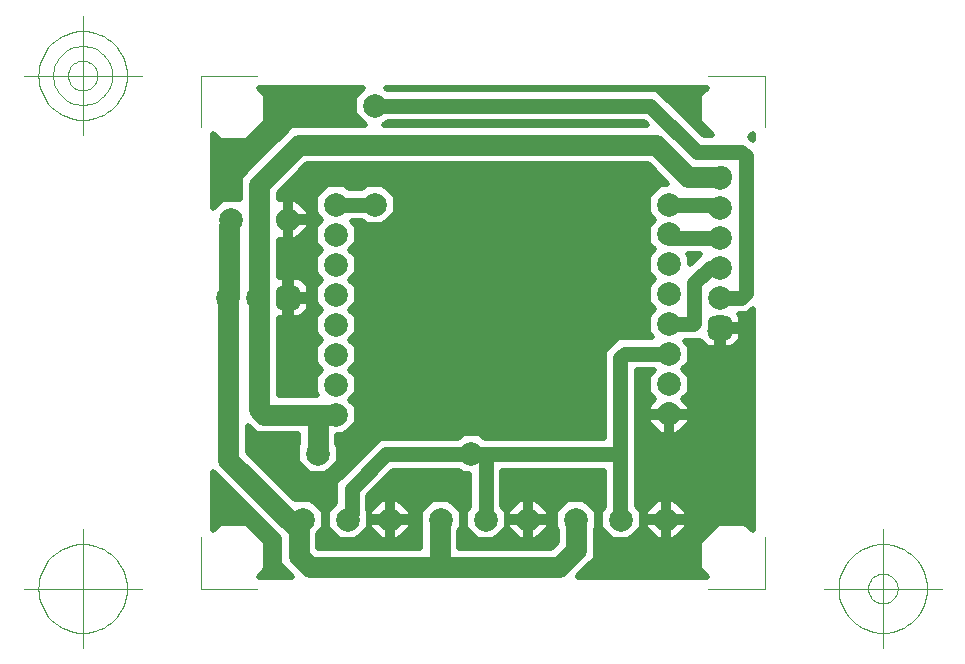
<source format=gbr>
G04 Generated by Ultiboard *
%FSLAX25Y25*%
%MOIN*%

%ADD10C,0.02000*%
%ADD11C,0.05000*%
%ADD12C,0.07000*%
%ADD13C,0.00394*%
%ADD14C,0.07900*%
%ADD15R,0.03983X0.03983*%
%ADD16C,0.03917*%


G04 ColorRGB 0000FF for the following layer *
%LNCopper Bottom*%
%LPD*%
%FSLAX25Y25*%
%MOIN*%
G54D10*
X10000Y352829D02*
X9879Y352950D01*
X9879Y352950D02*
X4121Y352950D01*
X4121Y352950D02*
X1000Y349829D01*
X1000Y349829D02*
X1000Y374622D01*
X1000Y374622D02*
X3496Y372126D01*
X3496Y372126D02*
X12504Y372126D01*
X12504Y372126D02*
X17728Y377350D01*
X17728Y377350D02*
X27108Y377350D01*
X27108Y377350D02*
X25062Y375304D01*
X25062Y375304D02*
X13808Y364050D01*
X13808Y364050D02*
X13808Y364050D01*
X13808Y364050D02*
X11369Y361611D01*
X11369Y361611D02*
X10000Y360242D01*
X10000Y360242D02*
X10000Y360242D01*
X10000Y360242D02*
X10000Y360242D01*
X10000Y360242D02*
X10000Y357251D01*
X10000Y357251D02*
X10000Y354858D01*
X10000Y354858D02*
X10000Y354858D01*
X10000Y354858D02*
X10000Y352829D01*
G36*
X10000Y352829D02*
X9879Y352950D01*
X4121Y352950D01*
X1000Y349829D01*
X1000Y374622D01*
X3496Y372126D01*
X12504Y372126D01*
X17728Y377350D01*
X27108Y377350D01*
X25062Y375304D01*
X13808Y364050D01*
X13808Y364050D01*
X11369Y361611D01*
X10000Y360242D01*
X10000Y360242D01*
X10000Y360242D01*
X10000Y357251D01*
X10000Y354858D01*
X10000Y354858D01*
X10000Y352829D01*
G37*
X10000Y352829D02*
X9879Y352950D01*
X9879Y352950D02*
X4121Y352950D01*
X4121Y352950D02*
X1000Y349829D01*
X1000Y349829D02*
X1000Y374622D01*
X1000Y374622D02*
X3496Y372126D01*
X3496Y372126D02*
X12504Y372126D01*
X12504Y372126D02*
X17728Y377350D01*
X17728Y377350D02*
X27108Y377350D01*
X27108Y377350D02*
X25062Y375304D01*
X25062Y375304D02*
X13808Y364050D01*
X13808Y364050D02*
X13808Y364050D01*
X13808Y364050D02*
X11369Y361611D01*
X11369Y361611D02*
X10000Y360242D01*
X10000Y360242D02*
X10000Y360242D01*
X10000Y360242D02*
X10000Y360242D01*
X10000Y360242D02*
X10000Y357251D01*
X10000Y357251D02*
X10000Y354858D01*
X10000Y354858D02*
X10000Y354858D01*
X10000Y354858D02*
X10000Y352829D01*
X27308Y227000D02*
X16378Y227000D01*
X16378Y227000D02*
X18874Y229496D01*
X18874Y229496D02*
X18874Y238504D01*
X18874Y238504D02*
X12504Y244874D01*
X12504Y244874D02*
X3496Y244874D01*
X3496Y244874D02*
X1000Y242378D01*
X1000Y242378D02*
X1000Y261858D01*
X1000Y261858D02*
X23150Y239708D01*
X23150Y239708D02*
X23150Y231158D01*
X23150Y231158D02*
X27308Y227000D01*
G36*
X27308Y227000D02*
X16378Y227000D01*
X18874Y229496D01*
X18874Y238504D01*
X12504Y244874D01*
X3496Y244874D01*
X1000Y242378D01*
X1000Y261858D01*
X23150Y239708D01*
X23150Y231158D01*
X27308Y227000D01*
G37*
X27308Y227000D02*
X16378Y227000D01*
X16378Y227000D02*
X18874Y229496D01*
X18874Y229496D02*
X18874Y238504D01*
X18874Y238504D02*
X12504Y244874D01*
X12504Y244874D02*
X3496Y244874D01*
X3496Y244874D02*
X1000Y242378D01*
X1000Y242378D02*
X1000Y261858D01*
X1000Y261858D02*
X23150Y239708D01*
X23150Y239708D02*
X23150Y231158D01*
X23150Y231158D02*
X27308Y227000D01*
X42500Y274050D02*
X44000Y274050D01*
X44000Y274050D02*
X44000Y260678D01*
X44000Y260678D02*
X41750Y258428D01*
X41750Y258428D02*
X41750Y251579D01*
X41750Y251579D02*
X39050Y248879D01*
X39050Y248879D02*
X39050Y243121D01*
X39050Y243121D02*
X43121Y239050D01*
X43121Y239050D02*
X44000Y239050D01*
X44000Y239050D02*
X44000Y236550D01*
X44000Y236550D02*
X36150Y236550D01*
X36150Y236550D02*
X36150Y241321D01*
X36150Y241321D02*
X37950Y243121D01*
X37950Y243121D02*
X37950Y248879D01*
X37950Y248879D02*
X33879Y252950D01*
X33879Y252950D02*
X32342Y252950D01*
X32342Y252950D02*
X32342Y261829D01*
X32342Y261829D02*
X33121Y261050D01*
X33121Y261050D02*
X38879Y261050D01*
X38879Y261050D02*
X42950Y265121D01*
X42950Y265121D02*
X42950Y270879D01*
X42950Y270879D02*
X42500Y271329D01*
X42500Y271329D02*
X42500Y274050D01*
G36*
X42500Y274050D02*
X44000Y274050D01*
X44000Y260678D01*
X41750Y258428D01*
X41750Y251579D01*
X39050Y248879D01*
X39050Y243121D01*
X43121Y239050D01*
X44000Y239050D01*
X44000Y236550D01*
X36150Y236550D01*
X36150Y241321D01*
X37950Y243121D01*
X37950Y248879D01*
X33879Y252950D01*
X32342Y252950D01*
X32342Y261829D01*
X33121Y261050D01*
X38879Y261050D01*
X42950Y265121D01*
X42950Y270879D01*
X42500Y271329D01*
X42500Y274050D01*
G37*
X42500Y274050D02*
X44000Y274050D01*
X44000Y274050D02*
X44000Y260678D01*
X44000Y260678D02*
X41750Y258428D01*
X41750Y258428D02*
X41750Y251579D01*
X41750Y251579D02*
X39050Y248879D01*
X39050Y248879D02*
X39050Y243121D01*
X39050Y243121D02*
X43121Y239050D01*
X43121Y239050D02*
X44000Y239050D01*
X44000Y239050D02*
X44000Y236550D01*
X44000Y236550D02*
X36150Y236550D01*
X36150Y236550D02*
X36150Y241321D01*
X36150Y241321D02*
X37950Y243121D01*
X37950Y243121D02*
X37950Y248879D01*
X37950Y248879D02*
X33879Y252950D01*
X33879Y252950D02*
X32342Y252950D01*
X32342Y252950D02*
X32342Y261829D01*
X32342Y261829D02*
X33121Y261050D01*
X33121Y261050D02*
X38879Y261050D01*
X38879Y261050D02*
X42950Y265121D01*
X42950Y265121D02*
X42950Y270879D01*
X42950Y270879D02*
X42500Y271329D01*
X42500Y271329D02*
X42500Y274050D01*
X29500Y271329D02*
X29050Y270879D01*
X29050Y270879D02*
X29050Y265121D01*
X29050Y265121D02*
X32342Y261829D01*
X32342Y261829D02*
X32342Y252950D01*
X32342Y252950D02*
X28292Y252950D01*
X28292Y252950D02*
X12700Y268542D01*
X12700Y268542D02*
X12700Y277258D01*
X12700Y277258D02*
X13758Y276200D01*
X13758Y276200D02*
X13758Y276200D01*
X13758Y276200D02*
X15458Y274500D01*
X15458Y274500D02*
X15458Y274500D01*
X15458Y274500D02*
X15458Y274500D01*
X15458Y274500D02*
X17253Y274500D01*
X17253Y274500D02*
X29500Y274500D01*
X29500Y274500D02*
X29500Y271329D01*
G36*
X29500Y271329D02*
X29050Y270879D01*
X29050Y265121D01*
X32342Y261829D01*
X32342Y252950D01*
X28292Y252950D01*
X12700Y268542D01*
X12700Y277258D01*
X13758Y276200D01*
X13758Y276200D01*
X15458Y274500D01*
X15458Y274500D01*
X15458Y274500D01*
X17253Y274500D01*
X29500Y274500D01*
X29500Y271329D01*
G37*
X29500Y271329D02*
X29050Y270879D01*
X29050Y270879D02*
X29050Y265121D01*
X29050Y265121D02*
X32342Y261829D01*
X32342Y261829D02*
X32342Y252950D01*
X32342Y252950D02*
X28292Y252950D01*
X28292Y252950D02*
X12700Y268542D01*
X12700Y268542D02*
X12700Y277258D01*
X12700Y277258D02*
X13758Y276200D01*
X13758Y276200D02*
X13758Y276200D01*
X13758Y276200D02*
X15458Y274500D01*
X15458Y274500D02*
X15458Y274500D01*
X15458Y274500D02*
X15458Y274500D01*
X15458Y274500D02*
X17253Y274500D01*
X17253Y274500D02*
X29500Y274500D01*
X29500Y274500D02*
X29500Y271329D01*
X83052Y262300D02*
X84302Y261050D01*
X84302Y261050D02*
X86450Y261050D01*
X86450Y261050D02*
X86450Y250279D01*
X86450Y250279D02*
X85050Y248879D01*
X85050Y248879D02*
X85050Y248058D01*
X85050Y248058D02*
X83950Y248058D01*
X83950Y248058D02*
X83950Y248879D01*
X83950Y248879D02*
X79879Y252950D01*
X79879Y252950D02*
X74121Y252950D01*
X74121Y252950D02*
X70050Y248879D01*
X70050Y248879D02*
X70050Y248058D01*
X70050Y248058D02*
X66950Y248058D01*
X66950Y248058D02*
X66950Y248879D01*
X66950Y248879D02*
X62879Y252950D01*
X62879Y252950D02*
X60720Y252950D01*
X60720Y252950D02*
X60720Y248058D01*
X60720Y248058D02*
X59280Y248058D01*
X59280Y248058D02*
X59280Y252950D01*
X59280Y252950D02*
X57121Y252950D01*
X57121Y252950D02*
X53050Y248879D01*
X53050Y248879D02*
X53050Y248058D01*
X53050Y248058D02*
X52950Y248058D01*
X52950Y248058D02*
X52950Y248879D01*
X52950Y248879D02*
X52750Y249079D01*
X52750Y249079D02*
X52750Y253872D01*
X52750Y253872D02*
X61178Y262300D01*
X61178Y262300D02*
X83052Y262300D01*
G36*
X83052Y262300D02*
X84302Y261050D01*
X86450Y261050D01*
X86450Y250279D01*
X85050Y248879D01*
X85050Y248058D01*
X83950Y248058D01*
X83950Y248879D01*
X79879Y252950D01*
X74121Y252950D01*
X70050Y248879D01*
X70050Y248058D01*
X66950Y248058D01*
X66950Y248879D01*
X62879Y252950D01*
X60720Y252950D01*
X60720Y248058D01*
X59280Y248058D01*
X59280Y252950D01*
X57121Y252950D01*
X53050Y248879D01*
X53050Y248058D01*
X52950Y248058D01*
X52950Y248879D01*
X52750Y249079D01*
X52750Y253872D01*
X61178Y262300D01*
X83052Y262300D01*
G37*
X83052Y262300D02*
X84302Y261050D01*
X84302Y261050D02*
X86450Y261050D01*
X86450Y261050D02*
X86450Y250279D01*
X86450Y250279D02*
X85050Y248879D01*
X85050Y248879D02*
X85050Y248058D01*
X85050Y248058D02*
X83950Y248058D01*
X83950Y248058D02*
X83950Y248879D01*
X83950Y248879D02*
X79879Y252950D01*
X79879Y252950D02*
X74121Y252950D01*
X74121Y252950D02*
X70050Y248879D01*
X70050Y248879D02*
X70050Y248058D01*
X70050Y248058D02*
X66950Y248058D01*
X66950Y248058D02*
X66950Y248879D01*
X66950Y248879D02*
X62879Y252950D01*
X62879Y252950D02*
X60720Y252950D01*
X60720Y252950D02*
X60720Y248058D01*
X60720Y248058D02*
X59280Y248058D01*
X59280Y248058D02*
X59280Y252950D01*
X59280Y252950D02*
X57121Y252950D01*
X57121Y252950D02*
X53050Y248879D01*
X53050Y248879D02*
X53050Y248058D01*
X53050Y248058D02*
X52950Y248058D01*
X52950Y248058D02*
X52950Y248879D01*
X52950Y248879D02*
X52750Y249079D01*
X52750Y249079D02*
X52750Y253872D01*
X52750Y253872D02*
X61178Y262300D01*
X61178Y262300D02*
X83052Y262300D01*
X119458Y252950D02*
X119121Y252950D01*
X119121Y252950D02*
X115050Y248879D01*
X115050Y248879D02*
X115050Y243121D01*
X115050Y243121D02*
X112950Y243121D01*
X112950Y243121D02*
X112950Y245280D01*
X112950Y245280D02*
X108879Y245280D01*
X108879Y245280D02*
X108879Y246720D01*
X108879Y246720D02*
X112950Y246720D01*
X112950Y246720D02*
X112950Y248879D01*
X112950Y248879D02*
X108879Y252950D01*
X108879Y252950D02*
X108879Y262200D01*
X108879Y262200D02*
X119458Y262200D01*
X119458Y262200D02*
X119458Y252950D01*
G36*
X119458Y252950D02*
X119121Y252950D01*
X115050Y248879D01*
X115050Y243121D01*
X112950Y243121D01*
X112950Y245280D01*
X108879Y245280D01*
X108879Y246720D01*
X112950Y246720D01*
X112950Y248879D01*
X108879Y252950D01*
X108879Y262200D01*
X119458Y262200D01*
X119458Y252950D01*
G37*
X119458Y252950D02*
X119121Y252950D01*
X119121Y252950D02*
X115050Y248879D01*
X115050Y248879D02*
X115050Y243121D01*
X115050Y243121D02*
X112950Y243121D01*
X112950Y243121D02*
X112950Y245280D01*
X112950Y245280D02*
X108879Y245280D01*
X108879Y245280D02*
X108879Y246720D01*
X108879Y246720D02*
X112950Y246720D01*
X112950Y246720D02*
X112950Y248879D01*
X112950Y248879D02*
X108879Y252950D01*
X108879Y252950D02*
X108879Y262200D01*
X108879Y262200D02*
X119458Y262200D01*
X119458Y262200D02*
X119458Y252950D01*
X128650Y242821D02*
X128950Y243121D01*
X128950Y243121D02*
X128950Y248879D01*
X128950Y248879D02*
X124879Y252950D01*
X124879Y252950D02*
X119458Y252950D01*
X119458Y252950D02*
X119458Y262200D01*
X119458Y262200D02*
X131400Y262200D01*
X131400Y262200D02*
X131400Y250229D01*
X131400Y250229D02*
X130050Y248879D01*
X130050Y248879D02*
X130050Y243121D01*
X130050Y243121D02*
X134121Y239050D01*
X134121Y239050D02*
X138000Y239050D01*
X138000Y239050D02*
X138000Y227000D01*
X138000Y227000D02*
X122642Y227000D01*
X122642Y227000D02*
X123000Y227358D01*
X123000Y227358D02*
X123000Y227358D01*
X123000Y227358D02*
X126390Y230748D01*
X126390Y230748D02*
X128650Y233008D01*
X128650Y233008D02*
X128650Y233008D01*
X128650Y233008D02*
X128650Y233008D01*
X128650Y233008D02*
X128650Y235162D01*
X128650Y235162D02*
X128650Y242821D01*
G36*
X128650Y242821D02*
X128950Y243121D01*
X128950Y248879D01*
X124879Y252950D01*
X119458Y252950D01*
X119458Y262200D01*
X131400Y262200D01*
X131400Y250229D01*
X130050Y248879D01*
X130050Y243121D01*
X134121Y239050D01*
X138000Y239050D01*
X138000Y227000D01*
X122642Y227000D01*
X123000Y227358D01*
X123000Y227358D01*
X126390Y230748D01*
X128650Y233008D01*
X128650Y233008D01*
X128650Y233008D01*
X128650Y235162D01*
X128650Y242821D01*
G37*
X128650Y242821D02*
X128950Y243121D01*
X128950Y243121D02*
X128950Y248879D01*
X128950Y248879D02*
X124879Y252950D01*
X124879Y252950D02*
X119458Y252950D01*
X119458Y252950D02*
X119458Y262200D01*
X119458Y262200D02*
X131400Y262200D01*
X131400Y262200D02*
X131400Y250229D01*
X131400Y250229D02*
X130050Y248879D01*
X130050Y248879D02*
X130050Y243121D01*
X130050Y243121D02*
X134121Y239050D01*
X134121Y239050D02*
X138000Y239050D01*
X138000Y239050D02*
X138000Y227000D01*
X138000Y227000D02*
X122642Y227000D01*
X122642Y227000D02*
X123000Y227358D01*
X123000Y227358D02*
X123000Y227358D01*
X123000Y227358D02*
X126390Y230748D01*
X126390Y230748D02*
X128650Y233008D01*
X128650Y233008D02*
X128650Y233008D01*
X128650Y233008D02*
X128650Y233008D01*
X128650Y233008D02*
X128650Y235162D01*
X128650Y235162D02*
X128650Y242821D01*
X98950Y243121D02*
X98950Y248879D01*
X98950Y248879D02*
X97450Y250379D01*
X97450Y250379D02*
X97450Y262200D01*
X97450Y262200D02*
X103121Y262200D01*
X103121Y262200D02*
X103121Y252950D01*
X103121Y252950D02*
X99050Y248879D01*
X99050Y248879D02*
X99050Y246720D01*
X99050Y246720D02*
X103121Y246720D01*
X103121Y246720D02*
X103121Y245280D01*
X103121Y245280D02*
X99050Y245280D01*
X99050Y245280D02*
X99050Y243121D01*
X99050Y243121D02*
X98950Y243121D01*
G36*
X98950Y243121D02*
X98950Y248879D01*
X97450Y250379D01*
X97450Y262200D01*
X103121Y262200D01*
X103121Y252950D01*
X99050Y248879D01*
X99050Y246720D01*
X103121Y246720D01*
X103121Y245280D01*
X99050Y245280D01*
X99050Y243121D01*
X98950Y243121D01*
G37*
X98950Y243121D02*
X98950Y248879D01*
X98950Y248879D02*
X97450Y250379D01*
X97450Y250379D02*
X97450Y262200D01*
X97450Y262200D02*
X103121Y262200D01*
X103121Y262200D02*
X103121Y252950D01*
X103121Y252950D02*
X99050Y248879D01*
X99050Y248879D02*
X99050Y246720D01*
X99050Y246720D02*
X103121Y246720D01*
X103121Y246720D02*
X103121Y245280D01*
X103121Y245280D02*
X99050Y245280D01*
X99050Y245280D02*
X99050Y243121D01*
X99050Y243121D02*
X98950Y243121D01*
X108879Y252950D02*
X106720Y252950D01*
X106720Y252950D02*
X106720Y246720D01*
X106720Y246720D02*
X108879Y246720D01*
X108879Y246720D02*
X108879Y245280D01*
X108879Y245280D02*
X106720Y245280D01*
X106720Y245280D02*
X106720Y243121D01*
X106720Y243121D02*
X105280Y243121D01*
X105280Y243121D02*
X105280Y245280D01*
X105280Y245280D02*
X103121Y245280D01*
X103121Y245280D02*
X103121Y246720D01*
X103121Y246720D02*
X105280Y246720D01*
X105280Y246720D02*
X105280Y252950D01*
X105280Y252950D02*
X103121Y252950D01*
X103121Y252950D02*
X103121Y262200D01*
X103121Y262200D02*
X108879Y262200D01*
X108879Y262200D02*
X108879Y252950D01*
G36*
X108879Y252950D02*
X106720Y252950D01*
X106720Y246720D01*
X108879Y246720D01*
X108879Y245280D01*
X106720Y245280D01*
X106720Y243121D01*
X105280Y243121D01*
X105280Y245280D01*
X103121Y245280D01*
X103121Y246720D01*
X105280Y246720D01*
X105280Y252950D01*
X103121Y252950D01*
X103121Y262200D01*
X108879Y262200D01*
X108879Y252950D01*
G37*
X108879Y252950D02*
X106720Y252950D01*
X106720Y252950D02*
X106720Y246720D01*
X106720Y246720D02*
X108879Y246720D01*
X108879Y246720D02*
X108879Y245280D01*
X108879Y245280D02*
X106720Y245280D01*
X106720Y245280D02*
X106720Y243121D01*
X106720Y243121D02*
X105280Y243121D01*
X105280Y243121D02*
X105280Y245280D01*
X105280Y245280D02*
X103121Y245280D01*
X103121Y245280D02*
X103121Y246720D01*
X103121Y246720D02*
X105280Y246720D01*
X105280Y246720D02*
X105280Y252950D01*
X105280Y252950D02*
X103121Y252950D01*
X103121Y252950D02*
X103121Y262200D01*
X103121Y262200D02*
X108879Y262200D01*
X108879Y262200D02*
X108879Y252950D01*
X146050Y280000D02*
X146050Y278142D01*
X146050Y278142D02*
X149121Y275071D01*
X149121Y275071D02*
X149121Y252950D01*
X149121Y252950D02*
X145050Y248879D01*
X145050Y248879D02*
X145050Y246720D01*
X145050Y246720D02*
X149121Y246720D01*
X149121Y246720D02*
X149121Y245280D01*
X149121Y245280D02*
X145050Y245280D01*
X145050Y245280D02*
X145050Y243121D01*
X145050Y243121D02*
X143950Y243121D01*
X143950Y243121D02*
X143950Y248879D01*
X143950Y248879D02*
X142400Y250429D01*
X142400Y250429D02*
X142400Y280000D01*
X142400Y280000D02*
X146050Y280000D01*
G36*
X146050Y280000D02*
X146050Y278142D01*
X149121Y275071D01*
X149121Y252950D01*
X145050Y248879D01*
X145050Y246720D01*
X149121Y246720D01*
X149121Y245280D01*
X145050Y245280D01*
X145050Y243121D01*
X143950Y243121D01*
X143950Y248879D01*
X142400Y250429D01*
X142400Y280000D01*
X146050Y280000D01*
G37*
X146050Y280000D02*
X146050Y278142D01*
X146050Y278142D02*
X149121Y275071D01*
X149121Y275071D02*
X149121Y252950D01*
X149121Y252950D02*
X145050Y248879D01*
X145050Y248879D02*
X145050Y246720D01*
X145050Y246720D02*
X149121Y246720D01*
X149121Y246720D02*
X149121Y245280D01*
X149121Y245280D02*
X145050Y245280D01*
X145050Y245280D02*
X145050Y243121D01*
X145050Y243121D02*
X143950Y243121D01*
X143950Y243121D02*
X143950Y248879D01*
X143950Y248879D02*
X142400Y250429D01*
X142400Y250429D02*
X142400Y280000D01*
X142400Y280000D02*
X146050Y280000D01*
X149121Y275071D02*
X150121Y274071D01*
X150121Y274071D02*
X152280Y274071D01*
X152280Y274071D02*
X152280Y280000D01*
X152280Y280000D02*
X153720Y280000D01*
X153720Y280000D02*
X153720Y274071D01*
X153720Y274071D02*
X154879Y274071D01*
X154879Y274071D02*
X154879Y252950D01*
X154879Y252950D02*
X152720Y252950D01*
X152720Y252950D02*
X152720Y246720D01*
X152720Y246720D02*
X154879Y246720D01*
X154879Y246720D02*
X154879Y245280D01*
X154879Y245280D02*
X152720Y245280D01*
X152720Y245280D02*
X152720Y243121D01*
X152720Y243121D02*
X151280Y243121D01*
X151280Y243121D02*
X151280Y245280D01*
X151280Y245280D02*
X149121Y245280D01*
X149121Y245280D02*
X149121Y246720D01*
X149121Y246720D02*
X151280Y246720D01*
X151280Y246720D02*
X151280Y252950D01*
X151280Y252950D02*
X149121Y252950D01*
X149121Y252950D02*
X149121Y275071D01*
G36*
X149121Y275071D02*
X150121Y274071D01*
X152280Y274071D01*
X152280Y280000D01*
X153720Y280000D01*
X153720Y274071D01*
X154879Y274071D01*
X154879Y252950D01*
X152720Y252950D01*
X152720Y246720D01*
X154879Y246720D01*
X154879Y245280D01*
X152720Y245280D01*
X152720Y243121D01*
X151280Y243121D01*
X151280Y245280D01*
X149121Y245280D01*
X149121Y246720D01*
X151280Y246720D01*
X151280Y252950D01*
X149121Y252950D01*
X149121Y275071D01*
G37*
X149121Y275071D02*
X150121Y274071D01*
X150121Y274071D02*
X152280Y274071D01*
X152280Y274071D02*
X152280Y280000D01*
X152280Y280000D02*
X153720Y280000D01*
X153720Y280000D02*
X153720Y274071D01*
X153720Y274071D02*
X154879Y274071D01*
X154879Y274071D02*
X154879Y252950D01*
X154879Y252950D02*
X152720Y252950D01*
X152720Y252950D02*
X152720Y246720D01*
X152720Y246720D02*
X154879Y246720D01*
X154879Y246720D02*
X154879Y245280D01*
X154879Y245280D02*
X152720Y245280D01*
X152720Y245280D02*
X152720Y243121D01*
X152720Y243121D02*
X151280Y243121D01*
X151280Y243121D02*
X151280Y245280D01*
X151280Y245280D02*
X149121Y245280D01*
X149121Y245280D02*
X149121Y246720D01*
X149121Y246720D02*
X151280Y246720D01*
X151280Y246720D02*
X151280Y252950D01*
X151280Y252950D02*
X149121Y252950D01*
X149121Y252950D02*
X149121Y275071D01*
X154879Y274071D02*
X155879Y274071D01*
X155879Y274071D02*
X159950Y278142D01*
X159950Y278142D02*
X159950Y280000D01*
X159950Y280000D02*
X181000Y280000D01*
X181000Y280000D02*
X181000Y242378D01*
X181000Y242378D02*
X178504Y244874D01*
X178504Y244874D02*
X169496Y244874D01*
X169496Y244874D02*
X163126Y238504D01*
X163126Y238504D02*
X163126Y229496D01*
X163126Y229496D02*
X165622Y227000D01*
X165622Y227000D02*
X154879Y227000D01*
X154879Y227000D02*
X154879Y239050D01*
X154879Y239050D02*
X158950Y243121D01*
X158950Y243121D02*
X158950Y245280D01*
X158950Y245280D02*
X154879Y245280D01*
X154879Y245280D02*
X154879Y246720D01*
X154879Y246720D02*
X158950Y246720D01*
X158950Y246720D02*
X158950Y248879D01*
X158950Y248879D02*
X154879Y252950D01*
X154879Y252950D02*
X154879Y274071D01*
G36*
X154879Y274071D02*
X155879Y274071D01*
X159950Y278142D01*
X159950Y280000D01*
X181000Y280000D01*
X181000Y242378D01*
X178504Y244874D01*
X169496Y244874D01*
X163126Y238504D01*
X163126Y229496D01*
X165622Y227000D01*
X154879Y227000D01*
X154879Y239050D01*
X158950Y243121D01*
X158950Y245280D01*
X154879Y245280D01*
X154879Y246720D01*
X158950Y246720D01*
X158950Y248879D01*
X154879Y252950D01*
X154879Y274071D01*
G37*
X154879Y274071D02*
X155879Y274071D01*
X155879Y274071D02*
X159950Y278142D01*
X159950Y278142D02*
X159950Y280000D01*
X159950Y280000D02*
X181000Y280000D01*
X181000Y280000D02*
X181000Y242378D01*
X181000Y242378D02*
X178504Y244874D01*
X178504Y244874D02*
X169496Y244874D01*
X169496Y244874D02*
X163126Y238504D01*
X163126Y238504D02*
X163126Y229496D01*
X163126Y229496D02*
X165622Y227000D01*
X165622Y227000D02*
X154879Y227000D01*
X154879Y227000D02*
X154879Y239050D01*
X154879Y239050D02*
X158950Y243121D01*
X158950Y243121D02*
X158950Y245280D01*
X158950Y245280D02*
X154879Y245280D01*
X154879Y245280D02*
X154879Y246720D01*
X154879Y246720D02*
X158950Y246720D01*
X158950Y246720D02*
X158950Y248879D01*
X158950Y248879D02*
X154879Y252950D01*
X154879Y252950D02*
X154879Y274071D01*
X60720Y248058D02*
X60720Y246720D01*
X60720Y246720D02*
X62879Y246720D01*
X62879Y246720D02*
X62879Y245280D01*
X62879Y245280D02*
X60720Y245280D01*
X60720Y245280D02*
X60720Y239050D01*
X60720Y239050D02*
X62879Y239050D01*
X62879Y239050D02*
X62879Y236550D01*
X62879Y236550D02*
X57121Y236550D01*
X57121Y236550D02*
X57121Y239050D01*
X57121Y239050D02*
X59280Y239050D01*
X59280Y239050D02*
X59280Y245280D01*
X59280Y245280D02*
X57121Y245280D01*
X57121Y245280D02*
X57121Y246720D01*
X57121Y246720D02*
X59280Y246720D01*
X59280Y246720D02*
X59280Y248058D01*
X59280Y248058D02*
X60720Y248058D01*
G36*
X60720Y248058D02*
X60720Y246720D01*
X62879Y246720D01*
X62879Y245280D01*
X60720Y245280D01*
X60720Y239050D01*
X62879Y239050D01*
X62879Y236550D01*
X57121Y236550D01*
X57121Y239050D01*
X59280Y239050D01*
X59280Y245280D01*
X57121Y245280D01*
X57121Y246720D01*
X59280Y246720D01*
X59280Y248058D01*
X60720Y248058D01*
G37*
X60720Y248058D02*
X60720Y246720D01*
X60720Y246720D02*
X62879Y246720D01*
X62879Y246720D02*
X62879Y245280D01*
X62879Y245280D02*
X60720Y245280D01*
X60720Y245280D02*
X60720Y239050D01*
X60720Y239050D02*
X62879Y239050D01*
X62879Y239050D02*
X62879Y236550D01*
X62879Y236550D02*
X57121Y236550D01*
X57121Y236550D02*
X57121Y239050D01*
X57121Y239050D02*
X59280Y239050D01*
X59280Y239050D02*
X59280Y245280D01*
X59280Y245280D02*
X57121Y245280D01*
X57121Y245280D02*
X57121Y246720D01*
X57121Y246720D02*
X59280Y246720D01*
X59280Y246720D02*
X59280Y248058D01*
X59280Y248058D02*
X60720Y248058D01*
X62879Y246720D02*
X66950Y246720D01*
X66950Y246720D02*
X66950Y248058D01*
X66950Y248058D02*
X70050Y248058D01*
X70050Y248058D02*
X70050Y243121D01*
X70050Y243121D02*
X70150Y243021D01*
X70150Y243021D02*
X70150Y236550D01*
X70150Y236550D02*
X62879Y236550D01*
X62879Y236550D02*
X62879Y239050D01*
X62879Y239050D02*
X66950Y243121D01*
X66950Y243121D02*
X66950Y245280D01*
X66950Y245280D02*
X62879Y245280D01*
X62879Y245280D02*
X62879Y246720D01*
G36*
X62879Y246720D02*
X66950Y246720D01*
X66950Y248058D01*
X70050Y248058D01*
X70050Y243121D01*
X70150Y243021D01*
X70150Y236550D01*
X62879Y236550D01*
X62879Y239050D01*
X66950Y243121D01*
X66950Y245280D01*
X62879Y245280D01*
X62879Y246720D01*
G37*
X62879Y246720D02*
X66950Y246720D01*
X66950Y246720D02*
X66950Y248058D01*
X66950Y248058D02*
X70050Y248058D01*
X70050Y248058D02*
X70050Y243121D01*
X70050Y243121D02*
X70150Y243021D01*
X70150Y243021D02*
X70150Y236550D01*
X70150Y236550D02*
X62879Y236550D01*
X62879Y236550D02*
X62879Y239050D01*
X62879Y239050D02*
X66950Y243121D01*
X66950Y243121D02*
X66950Y245280D01*
X66950Y245280D02*
X62879Y245280D01*
X62879Y245280D02*
X62879Y246720D01*
X53050Y248058D02*
X53050Y246720D01*
X53050Y246720D02*
X57121Y246720D01*
X57121Y246720D02*
X57121Y245280D01*
X57121Y245280D02*
X53050Y245280D01*
X53050Y245280D02*
X53050Y243121D01*
X53050Y243121D02*
X57121Y239050D01*
X57121Y239050D02*
X57121Y236550D01*
X57121Y236550D02*
X44000Y236550D01*
X44000Y236550D02*
X44000Y239050D01*
X44000Y239050D02*
X48879Y239050D01*
X48879Y239050D02*
X52950Y243121D01*
X52950Y243121D02*
X52950Y248058D01*
X52950Y248058D02*
X53050Y248058D01*
G36*
X53050Y248058D02*
X53050Y246720D01*
X57121Y246720D01*
X57121Y245280D01*
X53050Y245280D01*
X53050Y243121D01*
X57121Y239050D01*
X57121Y236550D01*
X44000Y236550D01*
X44000Y239050D01*
X48879Y239050D01*
X52950Y243121D01*
X52950Y248058D01*
X53050Y248058D01*
G37*
X53050Y248058D02*
X53050Y246720D01*
X53050Y246720D02*
X57121Y246720D01*
X57121Y246720D02*
X57121Y245280D01*
X57121Y245280D02*
X53050Y245280D01*
X53050Y245280D02*
X53050Y243121D01*
X53050Y243121D02*
X57121Y239050D01*
X57121Y239050D02*
X57121Y236550D01*
X57121Y236550D02*
X44000Y236550D01*
X44000Y236550D02*
X44000Y239050D01*
X44000Y239050D02*
X48879Y239050D01*
X48879Y239050D02*
X52950Y243121D01*
X52950Y243121D02*
X52950Y248058D01*
X52950Y248058D02*
X53050Y248058D01*
X115050Y243121D02*
X115650Y242521D01*
X115650Y242521D02*
X115650Y238393D01*
X115650Y238393D02*
X113807Y236550D01*
X113807Y236550D02*
X91000Y236550D01*
X91000Y236550D02*
X91000Y239050D01*
X91000Y239050D02*
X94879Y239050D01*
X94879Y239050D02*
X98950Y243121D01*
X98950Y243121D02*
X99050Y243121D01*
X99050Y243121D02*
X103121Y239050D01*
X103121Y239050D02*
X105280Y239050D01*
X105280Y239050D02*
X105280Y243121D01*
X105280Y243121D02*
X106720Y243121D01*
X106720Y243121D02*
X106720Y239050D01*
X106720Y239050D02*
X108879Y239050D01*
X108879Y239050D02*
X112950Y243121D01*
X112950Y243121D02*
X115050Y243121D01*
G36*
X115050Y243121D02*
X115650Y242521D01*
X115650Y238393D01*
X113807Y236550D01*
X91000Y236550D01*
X91000Y239050D01*
X94879Y239050D01*
X98950Y243121D01*
X99050Y243121D01*
X103121Y239050D01*
X105280Y239050D01*
X105280Y243121D01*
X106720Y243121D01*
X106720Y239050D01*
X108879Y239050D01*
X112950Y243121D01*
X115050Y243121D01*
G37*
X115050Y243121D02*
X115650Y242521D01*
X115650Y242521D02*
X115650Y238393D01*
X115650Y238393D02*
X113807Y236550D01*
X113807Y236550D02*
X91000Y236550D01*
X91000Y236550D02*
X91000Y239050D01*
X91000Y239050D02*
X94879Y239050D01*
X94879Y239050D02*
X98950Y243121D01*
X98950Y243121D02*
X99050Y243121D01*
X99050Y243121D02*
X103121Y239050D01*
X103121Y239050D02*
X105280Y239050D01*
X105280Y239050D02*
X105280Y243121D01*
X105280Y243121D02*
X106720Y243121D01*
X106720Y243121D02*
X106720Y239050D01*
X106720Y239050D02*
X108879Y239050D01*
X108879Y239050D02*
X112950Y243121D01*
X112950Y243121D02*
X115050Y243121D01*
X85050Y248058D02*
X85050Y243121D01*
X85050Y243121D02*
X89121Y239050D01*
X89121Y239050D02*
X91000Y239050D01*
X91000Y239050D02*
X91000Y236550D01*
X91000Y236550D02*
X83150Y236550D01*
X83150Y236550D02*
X83150Y242321D01*
X83150Y242321D02*
X83950Y243121D01*
X83950Y243121D02*
X83950Y248058D01*
X83950Y248058D02*
X85050Y248058D01*
G36*
X85050Y248058D02*
X85050Y243121D01*
X89121Y239050D01*
X91000Y239050D01*
X91000Y236550D01*
X83150Y236550D01*
X83150Y242321D01*
X83950Y243121D01*
X83950Y248058D01*
X85050Y248058D01*
G37*
X85050Y248058D02*
X85050Y243121D01*
X85050Y243121D02*
X89121Y239050D01*
X89121Y239050D02*
X91000Y239050D01*
X91000Y239050D02*
X91000Y236550D01*
X91000Y236550D02*
X83150Y236550D01*
X83150Y236550D02*
X83150Y242321D01*
X83150Y242321D02*
X83950Y243121D01*
X83950Y243121D02*
X83950Y248058D01*
X83950Y248058D02*
X85050Y248058D01*
X145050Y243121D02*
X149121Y239050D01*
X149121Y239050D02*
X151280Y239050D01*
X151280Y239050D02*
X151280Y243121D01*
X151280Y243121D02*
X152720Y243121D01*
X152720Y243121D02*
X152720Y239050D01*
X152720Y239050D02*
X154879Y239050D01*
X154879Y239050D02*
X154879Y227000D01*
X154879Y227000D02*
X138000Y227000D01*
X138000Y227000D02*
X138000Y239050D01*
X138000Y239050D02*
X139879Y239050D01*
X139879Y239050D02*
X143950Y243121D01*
X143950Y243121D02*
X145050Y243121D01*
G36*
X145050Y243121D02*
X149121Y239050D01*
X151280Y239050D01*
X151280Y243121D01*
X152720Y243121D01*
X152720Y239050D01*
X154879Y239050D01*
X154879Y227000D01*
X138000Y227000D01*
X138000Y239050D01*
X139879Y239050D01*
X143950Y243121D01*
X145050Y243121D01*
G37*
X145050Y243121D02*
X149121Y239050D01*
X149121Y239050D02*
X151280Y239050D01*
X151280Y239050D02*
X151280Y243121D01*
X151280Y243121D02*
X152720Y243121D01*
X152720Y243121D02*
X152720Y239050D01*
X152720Y239050D02*
X154879Y239050D01*
X154879Y239050D02*
X154879Y227000D01*
X154879Y227000D02*
X138000Y227000D01*
X138000Y227000D02*
X138000Y239050D01*
X138000Y239050D02*
X139879Y239050D01*
X139879Y239050D02*
X143950Y243121D01*
X143950Y243121D02*
X145050Y243121D01*
X91000Y390000D02*
X138000Y390000D01*
X138000Y390000D02*
X138000Y389500D01*
X138000Y389500D02*
X91000Y389500D01*
X91000Y389500D02*
X91000Y390000D01*
G36*
X91000Y390000D02*
X138000Y390000D01*
X138000Y389500D01*
X91000Y389500D01*
X91000Y390000D01*
G37*
X91000Y390000D02*
X138000Y390000D01*
X138000Y390000D02*
X138000Y389500D01*
X138000Y389500D02*
X91000Y389500D01*
X91000Y389500D02*
X91000Y390000D01*
X138000Y377350D02*
X91000Y377350D01*
X91000Y377350D02*
X91000Y378500D01*
X91000Y378500D02*
X138000Y378500D01*
X138000Y378500D02*
X138000Y377350D01*
G36*
X138000Y377350D02*
X91000Y377350D01*
X91000Y378500D01*
X138000Y378500D01*
X138000Y377350D01*
G37*
X138000Y377350D02*
X91000Y377350D01*
X91000Y377350D02*
X91000Y378500D01*
X91000Y378500D02*
X138000Y378500D01*
X138000Y378500D02*
X138000Y377350D01*
X91000Y364350D02*
X138000Y364350D01*
X138000Y364350D02*
X138000Y337000D01*
X138000Y337000D02*
X91000Y337000D01*
X91000Y337000D02*
X91000Y364350D01*
G36*
X91000Y364350D02*
X138000Y364350D01*
X138000Y337000D01*
X91000Y337000D01*
X91000Y364350D01*
G37*
X91000Y364350D02*
X138000Y364350D01*
X138000Y364350D02*
X138000Y337000D01*
X138000Y337000D02*
X91000Y337000D01*
X91000Y337000D02*
X91000Y364350D01*
X131400Y280000D02*
X91000Y280000D01*
X91000Y280000D02*
X91000Y337000D01*
X91000Y337000D02*
X138000Y337000D01*
X138000Y337000D02*
X138000Y306821D01*
X138000Y306821D02*
X136086Y306821D01*
X136086Y306821D02*
X131400Y302135D01*
X131400Y302135D02*
X131400Y280000D01*
G36*
X131400Y280000D02*
X91000Y280000D01*
X91000Y337000D01*
X138000Y337000D01*
X138000Y306821D01*
X136086Y306821D01*
X131400Y302135D01*
X131400Y280000D01*
G37*
X131400Y280000D02*
X91000Y280000D01*
X91000Y280000D02*
X91000Y337000D01*
X91000Y337000D02*
X138000Y337000D01*
X138000Y337000D02*
X138000Y306821D01*
X138000Y306821D02*
X136086Y306821D01*
X136086Y306821D02*
X131400Y302135D01*
X131400Y302135D02*
X131400Y280000D01*
X131400Y280000D02*
X131400Y273200D01*
X131400Y273200D02*
X119458Y273200D01*
X119458Y273200D02*
X119458Y280000D01*
X119458Y280000D02*
X131400Y280000D01*
G36*
X131400Y280000D02*
X131400Y273200D01*
X119458Y273200D01*
X119458Y280000D01*
X131400Y280000D01*
G37*
X131400Y280000D02*
X131400Y273200D01*
X131400Y273200D02*
X119458Y273200D01*
X119458Y273200D02*
X119458Y280000D01*
X119458Y280000D02*
X131400Y280000D01*
X16378Y390000D02*
X44000Y390000D01*
X44000Y390000D02*
X44000Y377350D01*
X44000Y377350D02*
X29501Y377350D01*
X29501Y377350D02*
X27108Y377350D01*
X27108Y377350D02*
X27108Y377350D01*
X27108Y377350D02*
X27108Y377350D01*
X27108Y377350D02*
X27108Y377350D01*
X27108Y377350D02*
X17728Y377350D01*
X17728Y377350D02*
X18874Y378496D01*
X18874Y378496D02*
X18874Y387504D01*
X18874Y387504D02*
X16378Y390000D01*
G36*
X16378Y390000D02*
X44000Y390000D01*
X44000Y377350D01*
X29501Y377350D01*
X27108Y377350D01*
X27108Y377350D01*
X27108Y377350D01*
X27108Y377350D01*
X17728Y377350D01*
X18874Y378496D01*
X18874Y387504D01*
X16378Y390000D01*
G37*
X16378Y390000D02*
X44000Y390000D01*
X44000Y390000D02*
X44000Y377350D01*
X44000Y377350D02*
X29501Y377350D01*
X29501Y377350D02*
X27108Y377350D01*
X27108Y377350D02*
X27108Y377350D01*
X27108Y377350D02*
X27108Y377350D01*
X27108Y377350D02*
X27108Y377350D01*
X27108Y377350D02*
X17728Y377350D01*
X17728Y377350D02*
X18874Y378496D01*
X18874Y378496D02*
X18874Y387504D01*
X18874Y387504D02*
X16378Y390000D01*
X91000Y377350D02*
X58179Y377350D01*
X58179Y377350D02*
X59329Y378500D01*
X59329Y378500D02*
X91000Y378500D01*
X91000Y378500D02*
X91000Y377350D01*
G36*
X91000Y377350D02*
X58179Y377350D01*
X59329Y378500D01*
X91000Y378500D01*
X91000Y377350D01*
G37*
X91000Y377350D02*
X58179Y377350D01*
X58179Y377350D02*
X59329Y378500D01*
X59329Y378500D02*
X91000Y378500D01*
X91000Y378500D02*
X91000Y377350D01*
X44000Y390000D02*
X51171Y390000D01*
X51171Y390000D02*
X48050Y386879D01*
X48050Y386879D02*
X48050Y381121D01*
X48050Y381121D02*
X51821Y377350D01*
X51821Y377350D02*
X44000Y377350D01*
X44000Y377350D02*
X44000Y390000D01*
G36*
X44000Y390000D02*
X51171Y390000D01*
X48050Y386879D01*
X48050Y381121D01*
X51821Y377350D01*
X44000Y377350D01*
X44000Y390000D01*
G37*
X44000Y390000D02*
X51171Y390000D01*
X51171Y390000D02*
X48050Y386879D01*
X48050Y386879D02*
X48050Y381121D01*
X48050Y381121D02*
X51821Y377350D01*
X51821Y377350D02*
X44000Y377350D01*
X44000Y377350D02*
X44000Y390000D01*
X57879Y364350D02*
X91000Y364350D01*
X91000Y364350D02*
X91000Y337000D01*
X91000Y337000D02*
X57879Y337000D01*
X57879Y337000D02*
X57879Y344050D01*
X57879Y344050D02*
X61950Y348121D01*
X61950Y348121D02*
X61950Y353879D01*
X61950Y353879D02*
X57879Y357950D01*
X57879Y357950D02*
X57879Y364350D01*
G36*
X57879Y364350D02*
X91000Y364350D01*
X91000Y337000D01*
X57879Y337000D01*
X57879Y344050D01*
X61950Y348121D01*
X61950Y353879D01*
X57879Y357950D01*
X57879Y364350D01*
G37*
X57879Y364350D02*
X91000Y364350D01*
X91000Y364350D02*
X91000Y337000D01*
X91000Y337000D02*
X57879Y337000D01*
X57879Y337000D02*
X57879Y344050D01*
X57879Y344050D02*
X61950Y348121D01*
X61950Y348121D02*
X61950Y353879D01*
X61950Y353879D02*
X57879Y357950D01*
X57879Y357950D02*
X57879Y364350D01*
X46829Y306000D02*
X48950Y308121D01*
X48950Y308121D02*
X48950Y313879D01*
X48950Y313879D02*
X46829Y316000D01*
X46829Y316000D02*
X48950Y318121D01*
X48950Y318121D02*
X48950Y323879D01*
X48950Y323879D02*
X46829Y326000D01*
X46829Y326000D02*
X48950Y328121D01*
X48950Y328121D02*
X48950Y333879D01*
X48950Y333879D02*
X46829Y336000D01*
X46829Y336000D02*
X47829Y337000D01*
X47829Y337000D02*
X91000Y337000D01*
X91000Y337000D02*
X91000Y280000D01*
X91000Y280000D02*
X48950Y280000D01*
X48950Y280000D02*
X48950Y283879D01*
X48950Y283879D02*
X46829Y286000D01*
X46829Y286000D02*
X48950Y288121D01*
X48950Y288121D02*
X48950Y293879D01*
X48950Y293879D02*
X46829Y296000D01*
X46829Y296000D02*
X48950Y298121D01*
X48950Y298121D02*
X48950Y303879D01*
X48950Y303879D02*
X46829Y306000D01*
G36*
X46829Y306000D02*
X48950Y308121D01*
X48950Y313879D01*
X46829Y316000D01*
X48950Y318121D01*
X48950Y323879D01*
X46829Y326000D01*
X48950Y328121D01*
X48950Y333879D01*
X46829Y336000D01*
X47829Y337000D01*
X91000Y337000D01*
X91000Y280000D01*
X48950Y280000D01*
X48950Y283879D01*
X46829Y286000D01*
X48950Y288121D01*
X48950Y293879D01*
X46829Y296000D01*
X48950Y298121D01*
X48950Y303879D01*
X46829Y306000D01*
G37*
X46829Y306000D02*
X48950Y308121D01*
X48950Y308121D02*
X48950Y313879D01*
X48950Y313879D02*
X46829Y316000D01*
X46829Y316000D02*
X48950Y318121D01*
X48950Y318121D02*
X48950Y323879D01*
X48950Y323879D02*
X46829Y326000D01*
X46829Y326000D02*
X48950Y328121D01*
X48950Y328121D02*
X48950Y333879D01*
X48950Y333879D02*
X46829Y336000D01*
X46829Y336000D02*
X47829Y337000D01*
X47829Y337000D02*
X91000Y337000D01*
X91000Y337000D02*
X91000Y280000D01*
X91000Y280000D02*
X48950Y280000D01*
X48950Y280000D02*
X48950Y283879D01*
X48950Y283879D02*
X46829Y286000D01*
X46829Y286000D02*
X48950Y288121D01*
X48950Y288121D02*
X48950Y293879D01*
X48950Y293879D02*
X46829Y296000D01*
X46829Y296000D02*
X48950Y298121D01*
X48950Y298121D02*
X48950Y303879D01*
X48950Y303879D02*
X46829Y306000D01*
X44000Y274050D02*
X44879Y274050D01*
X44879Y274050D02*
X48950Y278121D01*
X48950Y278121D02*
X48950Y280000D01*
X48950Y280000D02*
X91000Y280000D01*
X91000Y280000D02*
X91000Y274010D01*
X91000Y274010D02*
X90060Y274950D01*
X90060Y274950D02*
X84302Y274950D01*
X84302Y274950D02*
X82652Y273300D01*
X82652Y273300D02*
X56622Y273300D01*
X56622Y273300D02*
X44000Y260678D01*
X44000Y260678D02*
X44000Y274050D01*
G36*
X44000Y274050D02*
X44879Y274050D01*
X48950Y278121D01*
X48950Y280000D01*
X91000Y280000D01*
X91000Y274010D01*
X90060Y274950D01*
X84302Y274950D01*
X82652Y273300D01*
X56622Y273300D01*
X44000Y260678D01*
X44000Y274050D01*
G37*
X44000Y274050D02*
X44879Y274050D01*
X44879Y274050D02*
X48950Y278121D01*
X48950Y278121D02*
X48950Y280000D01*
X48950Y280000D02*
X91000Y280000D01*
X91000Y280000D02*
X91000Y274010D01*
X91000Y274010D02*
X90060Y274950D01*
X90060Y274950D02*
X84302Y274950D01*
X84302Y274950D02*
X82652Y273300D01*
X82652Y273300D02*
X56622Y273300D01*
X56622Y273300D02*
X44000Y260678D01*
X44000Y260678D02*
X44000Y274050D01*
X27011Y322992D02*
X27011Y321011D01*
X27011Y321011D02*
X30045Y321011D01*
X30045Y321011D02*
X30045Y318989D01*
X30045Y318989D02*
X27011Y318989D01*
X27011Y318989D02*
X27011Y313050D01*
X27011Y313050D02*
X30045Y313050D01*
X30045Y313050D02*
X30045Y287500D01*
X30045Y287500D02*
X22950Y287500D01*
X22950Y287500D02*
X22950Y313050D01*
X22950Y313050D02*
X24989Y313050D01*
X24989Y313050D02*
X24989Y318989D01*
X24989Y318989D02*
X23000Y318989D01*
X23000Y318989D02*
X23000Y321011D01*
X23000Y321011D02*
X24989Y321011D01*
X24989Y321011D02*
X24989Y322992D01*
X24989Y322992D02*
X27011Y322992D01*
G36*
X27011Y322992D02*
X27011Y321011D01*
X30045Y321011D01*
X30045Y318989D01*
X27011Y318989D01*
X27011Y313050D01*
X30045Y313050D01*
X30045Y287500D01*
X22950Y287500D01*
X22950Y313050D01*
X24989Y313050D01*
X24989Y318989D01*
X23000Y318989D01*
X23000Y321011D01*
X24989Y321011D01*
X24989Y322992D01*
X27011Y322992D01*
G37*
X27011Y322992D02*
X27011Y321011D01*
X27011Y321011D02*
X30045Y321011D01*
X30045Y321011D02*
X30045Y318989D01*
X30045Y318989D02*
X27011Y318989D01*
X27011Y318989D02*
X27011Y313050D01*
X27011Y313050D02*
X30045Y313050D01*
X30045Y313050D02*
X30045Y287500D01*
X30045Y287500D02*
X22950Y287500D01*
X22950Y287500D02*
X22950Y313050D01*
X22950Y313050D02*
X24989Y313050D01*
X24989Y313050D02*
X24989Y318989D01*
X24989Y318989D02*
X23000Y318989D01*
X23000Y318989D02*
X23000Y321011D01*
X23000Y321011D02*
X24989Y321011D01*
X24989Y321011D02*
X24989Y322992D01*
X24989Y322992D02*
X27011Y322992D01*
X37171Y316000D02*
X35050Y313879D01*
X35050Y313879D02*
X35050Y308121D01*
X35050Y308121D02*
X37171Y306000D01*
X37171Y306000D02*
X35050Y303879D01*
X35050Y303879D02*
X35050Y298121D01*
X35050Y298121D02*
X37171Y296000D01*
X37171Y296000D02*
X35050Y293879D01*
X35050Y293879D02*
X35050Y288121D01*
X35050Y288121D02*
X35671Y287500D01*
X35671Y287500D02*
X30045Y287500D01*
X30045Y287500D02*
X30045Y313050D01*
X30045Y313050D02*
X32950Y315955D01*
X32950Y315955D02*
X32950Y318989D01*
X32950Y318989D02*
X30045Y318989D01*
X30045Y318989D02*
X30045Y321011D01*
X30045Y321011D02*
X32950Y321011D01*
X32950Y321011D02*
X32950Y322992D01*
X32950Y322992D02*
X35050Y322992D01*
X35050Y322992D02*
X35050Y318121D01*
X35050Y318121D02*
X37171Y316000D01*
G36*
X37171Y316000D02*
X35050Y313879D01*
X35050Y308121D01*
X37171Y306000D01*
X35050Y303879D01*
X35050Y298121D01*
X37171Y296000D01*
X35050Y293879D01*
X35050Y288121D01*
X35671Y287500D01*
X30045Y287500D01*
X30045Y313050D01*
X32950Y315955D01*
X32950Y318989D01*
X30045Y318989D01*
X30045Y321011D01*
X32950Y321011D01*
X32950Y322992D01*
X35050Y322992D01*
X35050Y318121D01*
X37171Y316000D01*
G37*
X37171Y316000D02*
X35050Y313879D01*
X35050Y313879D02*
X35050Y308121D01*
X35050Y308121D02*
X37171Y306000D01*
X37171Y306000D02*
X35050Y303879D01*
X35050Y303879D02*
X35050Y298121D01*
X35050Y298121D02*
X37171Y296000D01*
X37171Y296000D02*
X35050Y293879D01*
X35050Y293879D02*
X35050Y288121D01*
X35050Y288121D02*
X35671Y287500D01*
X35671Y287500D02*
X30045Y287500D01*
X30045Y287500D02*
X30045Y313050D01*
X30045Y313050D02*
X32950Y315955D01*
X32950Y315955D02*
X32950Y318989D01*
X32950Y318989D02*
X30045Y318989D01*
X30045Y318989D02*
X30045Y321011D01*
X30045Y321011D02*
X32950Y321011D01*
X32950Y321011D02*
X32950Y322992D01*
X32950Y322992D02*
X35050Y322992D01*
X35050Y322992D02*
X35050Y318121D01*
X35050Y318121D02*
X37171Y316000D01*
X44000Y357950D02*
X39121Y357950D01*
X39121Y357950D02*
X35050Y353879D01*
X35050Y353879D02*
X35050Y348121D01*
X35050Y348121D02*
X35113Y348058D01*
X35113Y348058D02*
X32950Y348058D01*
X32950Y348058D02*
X32950Y348879D01*
X32950Y348879D02*
X28879Y352950D01*
X28879Y352950D02*
X26720Y352950D01*
X26720Y352950D02*
X26720Y348058D01*
X26720Y348058D02*
X25280Y348058D01*
X25280Y348058D02*
X25280Y352950D01*
X25280Y352950D02*
X23121Y352950D01*
X23121Y352950D02*
X23000Y352829D01*
X23000Y352829D02*
X23000Y354857D01*
X23000Y354857D02*
X32493Y364350D01*
X32493Y364350D02*
X44000Y364350D01*
X44000Y364350D02*
X44000Y357950D01*
G36*
X44000Y357950D02*
X39121Y357950D01*
X35050Y353879D01*
X35050Y348121D01*
X35113Y348058D01*
X32950Y348058D01*
X32950Y348879D01*
X28879Y352950D01*
X26720Y352950D01*
X26720Y348058D01*
X25280Y348058D01*
X25280Y352950D01*
X23121Y352950D01*
X23000Y352829D01*
X23000Y354857D01*
X32493Y364350D01*
X44000Y364350D01*
X44000Y357950D01*
G37*
X44000Y357950D02*
X39121Y357950D01*
X39121Y357950D02*
X35050Y353879D01*
X35050Y353879D02*
X35050Y348121D01*
X35050Y348121D02*
X35113Y348058D01*
X35113Y348058D02*
X32950Y348058D01*
X32950Y348058D02*
X32950Y348879D01*
X32950Y348879D02*
X28879Y352950D01*
X28879Y352950D02*
X26720Y352950D01*
X26720Y352950D02*
X26720Y348058D01*
X26720Y348058D02*
X25280Y348058D01*
X25280Y348058D02*
X25280Y352950D01*
X25280Y352950D02*
X23121Y352950D01*
X23121Y352950D02*
X23000Y352829D01*
X23000Y352829D02*
X23000Y354857D01*
X23000Y354857D02*
X32493Y364350D01*
X32493Y364350D02*
X44000Y364350D01*
X44000Y364350D02*
X44000Y357950D01*
X26720Y348058D02*
X26720Y346720D01*
X26720Y346720D02*
X28879Y346720D01*
X28879Y346720D02*
X28879Y345280D01*
X28879Y345280D02*
X26720Y345280D01*
X26720Y345280D02*
X26720Y339050D01*
X26720Y339050D02*
X28879Y339050D01*
X28879Y339050D02*
X28879Y337000D01*
X28879Y337000D02*
X23121Y337000D01*
X23121Y337000D02*
X23121Y339050D01*
X23121Y339050D02*
X25280Y339050D01*
X25280Y339050D02*
X25280Y345280D01*
X25280Y345280D02*
X23121Y345280D01*
X23121Y345280D02*
X23121Y346720D01*
X23121Y346720D02*
X25280Y346720D01*
X25280Y346720D02*
X25280Y348058D01*
X25280Y348058D02*
X26720Y348058D01*
G36*
X26720Y348058D02*
X26720Y346720D01*
X28879Y346720D01*
X28879Y345280D01*
X26720Y345280D01*
X26720Y339050D01*
X28879Y339050D01*
X28879Y337000D01*
X23121Y337000D01*
X23121Y339050D01*
X25280Y339050D01*
X25280Y345280D01*
X23121Y345280D01*
X23121Y346720D01*
X25280Y346720D01*
X25280Y348058D01*
X26720Y348058D01*
G37*
X26720Y348058D02*
X26720Y346720D01*
X26720Y346720D02*
X28879Y346720D01*
X28879Y346720D02*
X28879Y345280D01*
X28879Y345280D02*
X26720Y345280D01*
X26720Y345280D02*
X26720Y339050D01*
X26720Y339050D02*
X28879Y339050D01*
X28879Y339050D02*
X28879Y337000D01*
X28879Y337000D02*
X23121Y337000D01*
X23121Y337000D02*
X23121Y339050D01*
X23121Y339050D02*
X25280Y339050D01*
X25280Y339050D02*
X25280Y345280D01*
X25280Y345280D02*
X23121Y345280D01*
X23121Y345280D02*
X23121Y346720D01*
X23121Y346720D02*
X25280Y346720D01*
X25280Y346720D02*
X25280Y348058D01*
X25280Y348058D02*
X26720Y348058D01*
X37171Y346000D02*
X35050Y343879D01*
X35050Y343879D02*
X35050Y338121D01*
X35050Y338121D02*
X36171Y337000D01*
X36171Y337000D02*
X28879Y337000D01*
X28879Y337000D02*
X28879Y339050D01*
X28879Y339050D02*
X32950Y343121D01*
X32950Y343121D02*
X32950Y345280D01*
X32950Y345280D02*
X28879Y345280D01*
X28879Y345280D02*
X28879Y346720D01*
X28879Y346720D02*
X32950Y346720D01*
X32950Y346720D02*
X32950Y348058D01*
X32950Y348058D02*
X35113Y348058D01*
X35113Y348058D02*
X37171Y346000D01*
G36*
X37171Y346000D02*
X35050Y343879D01*
X35050Y338121D01*
X36171Y337000D01*
X28879Y337000D01*
X28879Y339050D01*
X32950Y343121D01*
X32950Y345280D01*
X28879Y345280D01*
X28879Y346720D01*
X32950Y346720D01*
X32950Y348058D01*
X35113Y348058D01*
X37171Y346000D01*
G37*
X37171Y346000D02*
X35050Y343879D01*
X35050Y343879D02*
X35050Y338121D01*
X35050Y338121D02*
X36171Y337000D01*
X36171Y337000D02*
X28879Y337000D01*
X28879Y337000D02*
X28879Y339050D01*
X28879Y339050D02*
X32950Y343121D01*
X32950Y343121D02*
X32950Y345280D01*
X32950Y345280D02*
X28879Y345280D01*
X28879Y345280D02*
X28879Y346720D01*
X28879Y346720D02*
X32950Y346720D01*
X32950Y346720D02*
X32950Y348058D01*
X32950Y348058D02*
X35113Y348058D01*
X35113Y348058D02*
X37171Y346000D01*
X36171Y337000D02*
X37171Y336000D01*
X37171Y336000D02*
X35050Y333879D01*
X35050Y333879D02*
X35050Y328121D01*
X35050Y328121D02*
X37171Y326000D01*
X37171Y326000D02*
X35050Y323879D01*
X35050Y323879D02*
X35050Y322992D01*
X35050Y322992D02*
X32950Y322992D01*
X32950Y322992D02*
X32950Y324045D01*
X32950Y324045D02*
X30045Y326950D01*
X30045Y326950D02*
X27011Y326950D01*
X27011Y326950D02*
X27011Y322992D01*
X27011Y322992D02*
X24989Y322992D01*
X24989Y322992D02*
X24989Y326950D01*
X24989Y326950D02*
X23000Y326950D01*
X23000Y326950D02*
X23000Y337000D01*
X23000Y337000D02*
X36171Y337000D01*
G36*
X36171Y337000D02*
X37171Y336000D01*
X35050Y333879D01*
X35050Y328121D01*
X37171Y326000D01*
X35050Y323879D01*
X35050Y322992D01*
X32950Y322992D01*
X32950Y324045D01*
X30045Y326950D01*
X27011Y326950D01*
X27011Y322992D01*
X24989Y322992D01*
X24989Y326950D01*
X23000Y326950D01*
X23000Y337000D01*
X36171Y337000D01*
G37*
X36171Y337000D02*
X37171Y336000D01*
X37171Y336000D02*
X35050Y333879D01*
X35050Y333879D02*
X35050Y328121D01*
X35050Y328121D02*
X37171Y326000D01*
X37171Y326000D02*
X35050Y323879D01*
X35050Y323879D02*
X35050Y322992D01*
X35050Y322992D02*
X32950Y322992D01*
X32950Y322992D02*
X32950Y324045D01*
X32950Y324045D02*
X30045Y326950D01*
X30045Y326950D02*
X27011Y326950D01*
X27011Y326950D02*
X27011Y322992D01*
X27011Y322992D02*
X24989Y322992D01*
X24989Y322992D02*
X24989Y326950D01*
X24989Y326950D02*
X23000Y326950D01*
X23000Y326950D02*
X23000Y337000D01*
X23000Y337000D02*
X36171Y337000D01*
X23000Y346720D02*
X23121Y346720D01*
X23121Y346720D02*
X23121Y345280D01*
X23121Y345280D02*
X23000Y345280D01*
X23000Y345280D02*
X23000Y346720D01*
G36*
X23000Y346720D02*
X23121Y346720D01*
X23121Y345280D01*
X23000Y345280D01*
X23000Y346720D01*
G37*
X23000Y346720D02*
X23121Y346720D01*
X23121Y346720D02*
X23121Y345280D01*
X23121Y345280D02*
X23000Y345280D01*
X23000Y345280D02*
X23000Y346720D01*
X23000Y339171D02*
X23121Y339050D01*
X23121Y339050D02*
X23121Y337000D01*
X23121Y337000D02*
X23000Y337000D01*
X23000Y337000D02*
X23000Y339171D01*
G36*
X23000Y339171D02*
X23121Y339050D01*
X23121Y337000D01*
X23000Y337000D01*
X23000Y339171D01*
G37*
X23000Y339171D02*
X23121Y339050D01*
X23121Y339050D02*
X23121Y337000D01*
X23121Y337000D02*
X23000Y337000D01*
X23000Y337000D02*
X23000Y339171D01*
X47829Y337000D02*
X48950Y338121D01*
X48950Y338121D02*
X48950Y343879D01*
X48950Y343879D02*
X47329Y345500D01*
X47329Y345500D02*
X50671Y345500D01*
X50671Y345500D02*
X52121Y344050D01*
X52121Y344050D02*
X57879Y344050D01*
X57879Y344050D02*
X57879Y337000D01*
X57879Y337000D02*
X47829Y337000D01*
G36*
X47829Y337000D02*
X48950Y338121D01*
X48950Y343879D01*
X47329Y345500D01*
X50671Y345500D01*
X52121Y344050D01*
X57879Y344050D01*
X57879Y337000D01*
X47829Y337000D01*
G37*
X47829Y337000D02*
X48950Y338121D01*
X48950Y338121D02*
X48950Y343879D01*
X48950Y343879D02*
X47329Y345500D01*
X47329Y345500D02*
X50671Y345500D01*
X50671Y345500D02*
X52121Y344050D01*
X52121Y344050D02*
X57879Y344050D01*
X57879Y344050D02*
X57879Y337000D01*
X57879Y337000D02*
X47829Y337000D01*
X46329Y356500D02*
X44879Y357950D01*
X44879Y357950D02*
X44000Y357950D01*
X44000Y357950D02*
X44000Y364350D01*
X44000Y364350D02*
X57879Y364350D01*
X57879Y364350D02*
X57879Y357950D01*
X57879Y357950D02*
X52121Y357950D01*
X52121Y357950D02*
X50671Y356500D01*
X50671Y356500D02*
X46329Y356500D01*
G36*
X46329Y356500D02*
X44879Y357950D01*
X44000Y357950D01*
X44000Y364350D01*
X57879Y364350D01*
X57879Y357950D01*
X52121Y357950D01*
X50671Y356500D01*
X46329Y356500D01*
G37*
X46329Y356500D02*
X44879Y357950D01*
X44879Y357950D02*
X44000Y357950D01*
X44000Y357950D02*
X44000Y364350D01*
X44000Y364350D02*
X57879Y364350D01*
X57879Y364350D02*
X57879Y357950D01*
X57879Y357950D02*
X52121Y357950D01*
X52121Y357950D02*
X50671Y356500D01*
X50671Y356500D02*
X46329Y356500D01*
X91810Y273200D02*
X91000Y274010D01*
X91000Y274010D02*
X91000Y280000D01*
X91000Y280000D02*
X103121Y280000D01*
X103121Y280000D02*
X103121Y273200D01*
X103121Y273200D02*
X91810Y273200D01*
G36*
X91810Y273200D02*
X91000Y274010D01*
X91000Y280000D01*
X103121Y280000D01*
X103121Y273200D01*
X91810Y273200D01*
G37*
X91810Y273200D02*
X91000Y274010D01*
X91000Y274010D02*
X91000Y280000D01*
X91000Y280000D02*
X103121Y280000D01*
X103121Y280000D02*
X103121Y273200D01*
X103121Y273200D02*
X91810Y273200D01*
X108879Y273200D02*
X103121Y273200D01*
X103121Y273200D02*
X103121Y280000D01*
X103121Y280000D02*
X108879Y280000D01*
X108879Y280000D02*
X108879Y273200D01*
G36*
X108879Y273200D02*
X103121Y273200D01*
X103121Y280000D01*
X108879Y280000D01*
X108879Y273200D01*
G37*
X108879Y273200D02*
X103121Y273200D01*
X103121Y273200D02*
X103121Y280000D01*
X103121Y280000D02*
X108879Y280000D01*
X108879Y280000D02*
X108879Y273200D01*
X119458Y273200D02*
X108879Y273200D01*
X108879Y273200D02*
X108879Y280000D01*
X108879Y280000D02*
X119458Y280000D01*
X119458Y280000D02*
X119458Y273200D01*
G36*
X119458Y273200D02*
X108879Y273200D01*
X108879Y280000D01*
X119458Y280000D01*
X119458Y273200D01*
G37*
X119458Y273200D02*
X108879Y273200D01*
X108879Y273200D02*
X108879Y280000D01*
X108879Y280000D02*
X119458Y280000D01*
X119458Y280000D02*
X119458Y273200D01*
X58829Y390000D02*
X91000Y390000D01*
X91000Y390000D02*
X91000Y389500D01*
X91000Y389500D02*
X59329Y389500D01*
X59329Y389500D02*
X58829Y390000D01*
G36*
X58829Y390000D02*
X91000Y390000D01*
X91000Y389500D01*
X59329Y389500D01*
X58829Y390000D01*
G37*
X58829Y390000D02*
X91000Y390000D01*
X91000Y390000D02*
X91000Y389500D01*
X91000Y389500D02*
X59329Y389500D01*
X59329Y389500D02*
X58829Y390000D01*
X149178Y390000D02*
X165622Y390000D01*
X165622Y390000D02*
X163126Y387504D01*
X163126Y387504D02*
X163126Y378496D01*
X163126Y378496D02*
X167572Y374050D01*
X167572Y374050D02*
X164628Y374050D01*
X164628Y374050D02*
X149178Y389500D01*
X149178Y389500D02*
X149178Y390000D01*
G36*
X149178Y390000D02*
X165622Y390000D01*
X163126Y387504D01*
X163126Y378496D01*
X167572Y374050D01*
X164628Y374050D01*
X149178Y389500D01*
X149178Y390000D01*
G37*
X149178Y390000D02*
X165622Y390000D01*
X165622Y390000D02*
X163126Y387504D01*
X163126Y387504D02*
X163126Y378496D01*
X163126Y378496D02*
X167572Y374050D01*
X167572Y374050D02*
X164628Y374050D01*
X164628Y374050D02*
X149178Y389500D01*
X149178Y389500D02*
X149178Y390000D01*
X145772Y377350D02*
X138000Y377350D01*
X138000Y377350D02*
X138000Y378500D01*
X138000Y378500D02*
X144622Y378500D01*
X144622Y378500D02*
X145772Y377350D01*
G36*
X145772Y377350D02*
X138000Y377350D01*
X138000Y378500D01*
X144622Y378500D01*
X145772Y377350D01*
G37*
X145772Y377350D02*
X138000Y377350D01*
X138000Y377350D02*
X138000Y378500D01*
X138000Y378500D02*
X144622Y378500D01*
X144622Y378500D02*
X145772Y377350D01*
X148171Y316021D02*
X146050Y313900D01*
X146050Y313900D02*
X146050Y308142D01*
X146050Y308142D02*
X147371Y306821D01*
X147371Y306821D02*
X138000Y306821D01*
X138000Y306821D02*
X138000Y323079D01*
X138000Y323079D02*
X146050Y323079D01*
X146050Y323079D02*
X146050Y318142D01*
X146050Y318142D02*
X148171Y316021D01*
G36*
X148171Y316021D02*
X146050Y313900D01*
X146050Y308142D01*
X147371Y306821D01*
X138000Y306821D01*
X138000Y323079D01*
X146050Y323079D01*
X146050Y318142D01*
X148171Y316021D01*
G37*
X148171Y316021D02*
X146050Y313900D01*
X146050Y313900D02*
X146050Y308142D01*
X146050Y308142D02*
X147371Y306821D01*
X147371Y306821D02*
X138000Y306821D01*
X138000Y306821D02*
X138000Y323079D01*
X138000Y323079D02*
X146050Y323079D01*
X146050Y323079D02*
X146050Y318142D01*
X146050Y318142D02*
X148171Y316021D01*
X176950Y314045D02*
X176495Y314500D01*
X176495Y314500D02*
X177795Y314500D01*
X177795Y314500D02*
X179314Y314500D01*
X179314Y314500D02*
X179314Y314500D01*
X179314Y314500D02*
X179314Y314500D01*
X179314Y314500D02*
X180928Y316114D01*
X180928Y316114D02*
X180928Y316114D01*
X180928Y316114D02*
X181000Y316186D01*
X181000Y316186D02*
X181000Y314045D01*
X181000Y314045D02*
X176950Y314045D01*
G36*
X176950Y314045D02*
X176495Y314500D01*
X177795Y314500D01*
X179314Y314500D01*
X179314Y314500D01*
X179314Y314500D01*
X180928Y316114D01*
X180928Y316114D01*
X181000Y316186D01*
X181000Y314045D01*
X176950Y314045D01*
G37*
X176950Y314045D02*
X176495Y314500D01*
X176495Y314500D02*
X177795Y314500D01*
X177795Y314500D02*
X179314Y314500D01*
X179314Y314500D02*
X179314Y314500D01*
X179314Y314500D02*
X179314Y314500D01*
X179314Y314500D02*
X180928Y316114D01*
X180928Y316114D02*
X180928Y316114D01*
X180928Y316114D02*
X181000Y316186D01*
X181000Y316186D02*
X181000Y314045D01*
X181000Y314045D02*
X176950Y314045D01*
X171011Y313050D02*
X171011Y311011D01*
X171011Y311011D02*
X176950Y311011D01*
X176950Y311011D02*
X176950Y314045D01*
X176950Y314045D02*
X181000Y314045D01*
X181000Y314045D02*
X181000Y305955D01*
X181000Y305955D02*
X176950Y305955D01*
X176950Y305955D02*
X176950Y308989D01*
X176950Y308989D02*
X171011Y308989D01*
X171011Y308989D02*
X171011Y305955D01*
X171011Y305955D02*
X168989Y305955D01*
X168989Y305955D02*
X168989Y308989D01*
X168989Y308989D02*
X166910Y308989D01*
X166910Y308989D02*
X167029Y309107D01*
X167029Y309107D02*
X167029Y309107D01*
X167029Y309107D02*
X167029Y309108D01*
X167029Y309108D02*
X167029Y311011D01*
X167029Y311011D02*
X168989Y311011D01*
X168989Y311011D02*
X168989Y313050D01*
X168989Y313050D02*
X171011Y313050D01*
G36*
X171011Y313050D02*
X171011Y311011D01*
X176950Y311011D01*
X176950Y314045D01*
X181000Y314045D01*
X181000Y305955D01*
X176950Y305955D01*
X176950Y308989D01*
X171011Y308989D01*
X171011Y305955D01*
X168989Y305955D01*
X168989Y308989D01*
X166910Y308989D01*
X167029Y309107D01*
X167029Y309107D01*
X167029Y309108D01*
X167029Y311011D01*
X168989Y311011D01*
X168989Y313050D01*
X171011Y313050D01*
G37*
X171011Y313050D02*
X171011Y311011D01*
X171011Y311011D02*
X176950Y311011D01*
X176950Y311011D02*
X176950Y314045D01*
X176950Y314045D02*
X181000Y314045D01*
X181000Y314045D02*
X181000Y305955D01*
X181000Y305955D02*
X176950Y305955D01*
X176950Y305955D02*
X176950Y308989D01*
X176950Y308989D02*
X171011Y308989D01*
X171011Y308989D02*
X171011Y305955D01*
X171011Y305955D02*
X168989Y305955D01*
X168989Y305955D02*
X168989Y308989D01*
X168989Y308989D02*
X166910Y308989D01*
X166910Y308989D02*
X167029Y309107D01*
X167029Y309107D02*
X167029Y309107D01*
X167029Y309107D02*
X167029Y309108D01*
X167029Y309108D02*
X167029Y311011D01*
X167029Y311011D02*
X168989Y311011D01*
X168989Y311011D02*
X168989Y313050D01*
X168989Y313050D02*
X171011Y313050D01*
X152280Y284071D02*
X153720Y284071D01*
X153720Y284071D02*
X153720Y281741D01*
X153720Y281741D02*
X155879Y281741D01*
X155879Y281741D02*
X155879Y280302D01*
X155879Y280302D02*
X153720Y280302D01*
X153720Y280302D02*
X153720Y280000D01*
X153720Y280000D02*
X152280Y280000D01*
X152280Y280000D02*
X152280Y280302D01*
X152280Y280302D02*
X150121Y280302D01*
X150121Y280302D02*
X150121Y281741D01*
X150121Y281741D02*
X152280Y281741D01*
X152280Y281741D02*
X152280Y284071D01*
G36*
X152280Y284071D02*
X153720Y284071D01*
X153720Y281741D01*
X155879Y281741D01*
X155879Y280302D01*
X153720Y280302D01*
X153720Y280000D01*
X152280Y280000D01*
X152280Y280302D01*
X150121Y280302D01*
X150121Y281741D01*
X152280Y281741D01*
X152280Y284071D01*
G37*
X152280Y284071D02*
X153720Y284071D01*
X153720Y284071D02*
X153720Y281741D01*
X153720Y281741D02*
X155879Y281741D01*
X155879Y281741D02*
X155879Y280302D01*
X155879Y280302D02*
X153720Y280302D01*
X153720Y280302D02*
X153720Y280000D01*
X153720Y280000D02*
X152280Y280000D01*
X152280Y280000D02*
X152280Y280302D01*
X152280Y280302D02*
X150121Y280302D01*
X150121Y280302D02*
X150121Y281741D01*
X150121Y281741D02*
X152280Y281741D01*
X152280Y281741D02*
X152280Y284071D01*
X157829Y286021D02*
X159950Y288142D01*
X159950Y288142D02*
X159950Y293900D01*
X159950Y293900D02*
X157829Y296021D01*
X157829Y296021D02*
X159950Y298142D01*
X159950Y298142D02*
X159950Y303599D01*
X159950Y303599D02*
X164415Y303599D01*
X164415Y303599D02*
X164415Y280000D01*
X164415Y280000D02*
X159950Y280000D01*
X159950Y280000D02*
X159950Y280302D01*
X159950Y280302D02*
X155879Y280302D01*
X155879Y280302D02*
X155879Y281741D01*
X155879Y281741D02*
X159950Y281741D01*
X159950Y281741D02*
X159950Y283900D01*
X159950Y283900D02*
X157829Y286021D01*
G36*
X157829Y286021D02*
X159950Y288142D01*
X159950Y293900D01*
X157829Y296021D01*
X159950Y298142D01*
X159950Y303599D01*
X164415Y303599D01*
X164415Y280000D01*
X159950Y280000D01*
X159950Y280302D01*
X155879Y280302D01*
X155879Y281741D01*
X159950Y281741D01*
X159950Y283900D01*
X157829Y286021D01*
G37*
X157829Y286021D02*
X159950Y288142D01*
X159950Y288142D02*
X159950Y293900D01*
X159950Y293900D02*
X157829Y296021D01*
X157829Y296021D02*
X159950Y298142D01*
X159950Y298142D02*
X159950Y303599D01*
X159950Y303599D02*
X164415Y303599D01*
X164415Y303599D02*
X164415Y280000D01*
X164415Y280000D02*
X159950Y280000D01*
X159950Y280000D02*
X159950Y280302D01*
X159950Y280302D02*
X155879Y280302D01*
X155879Y280302D02*
X155879Y281741D01*
X155879Y281741D02*
X159950Y281741D01*
X159950Y281741D02*
X159950Y283900D01*
X159950Y283900D02*
X157829Y286021D01*
X159950Y303599D02*
X159950Y303900D01*
X159950Y303900D02*
X158329Y305521D01*
X158329Y305521D02*
X161339Y305521D01*
X161339Y305521D02*
X163442Y305521D01*
X163442Y305521D02*
X163442Y305521D01*
X163442Y305521D02*
X163442Y305521D01*
X163442Y305521D02*
X163463Y305542D01*
X163463Y305542D02*
X164415Y304590D01*
X164415Y304590D02*
X164415Y303599D01*
X164415Y303599D02*
X159950Y303599D01*
G36*
X159950Y303599D02*
X159950Y303900D01*
X158329Y305521D01*
X161339Y305521D01*
X163442Y305521D01*
X163442Y305521D01*
X163442Y305521D01*
X163463Y305542D01*
X164415Y304590D01*
X164415Y303599D01*
X159950Y303599D01*
G37*
X159950Y303599D02*
X159950Y303900D01*
X159950Y303900D02*
X158329Y305521D01*
X158329Y305521D02*
X161339Y305521D01*
X161339Y305521D02*
X163442Y305521D01*
X163442Y305521D02*
X163442Y305521D01*
X163442Y305521D02*
X163442Y305521D01*
X163442Y305521D02*
X163463Y305542D01*
X163463Y305542D02*
X164415Y304590D01*
X164415Y304590D02*
X164415Y303599D01*
X164415Y303599D02*
X159950Y303599D01*
X147971Y295821D02*
X146050Y293900D01*
X146050Y293900D02*
X146050Y288142D01*
X146050Y288142D02*
X148171Y286021D01*
X148171Y286021D02*
X146050Y283900D01*
X146050Y283900D02*
X146050Y281741D01*
X146050Y281741D02*
X150121Y281741D01*
X150121Y281741D02*
X150121Y280302D01*
X150121Y280302D02*
X146050Y280302D01*
X146050Y280302D02*
X146050Y280000D01*
X146050Y280000D02*
X142400Y280000D01*
X142400Y280000D02*
X142400Y295821D01*
X142400Y295821D02*
X147971Y295821D01*
G36*
X147971Y295821D02*
X146050Y293900D01*
X146050Y288142D01*
X148171Y286021D01*
X146050Y283900D01*
X146050Y281741D01*
X150121Y281741D01*
X150121Y280302D01*
X146050Y280302D01*
X146050Y280000D01*
X142400Y280000D01*
X142400Y295821D01*
X147971Y295821D01*
G37*
X147971Y295821D02*
X146050Y293900D01*
X146050Y293900D02*
X146050Y288142D01*
X146050Y288142D02*
X148171Y286021D01*
X148171Y286021D02*
X146050Y283900D01*
X146050Y283900D02*
X146050Y281741D01*
X146050Y281741D02*
X150121Y281741D01*
X150121Y281741D02*
X150121Y280302D01*
X150121Y280302D02*
X146050Y280302D01*
X146050Y280302D02*
X146050Y280000D01*
X146050Y280000D02*
X142400Y280000D01*
X142400Y280000D02*
X142400Y295821D01*
X142400Y295821D02*
X147971Y295821D01*
X164415Y304590D02*
X165955Y303050D01*
X165955Y303050D02*
X168989Y303050D01*
X168989Y303050D02*
X168989Y305955D01*
X168989Y305955D02*
X171011Y305955D01*
X171011Y305955D02*
X171011Y303050D01*
X171011Y303050D02*
X174045Y303050D01*
X174045Y303050D02*
X176950Y305955D01*
X176950Y305955D02*
X181000Y305955D01*
X181000Y305955D02*
X181000Y280000D01*
X181000Y280000D02*
X164415Y280000D01*
X164415Y280000D02*
X164415Y304590D01*
G36*
X164415Y304590D02*
X165955Y303050D01*
X168989Y303050D01*
X168989Y305955D01*
X171011Y305955D01*
X171011Y303050D01*
X174045Y303050D01*
X176950Y305955D01*
X181000Y305955D01*
X181000Y280000D01*
X164415Y280000D01*
X164415Y304590D01*
G37*
X164415Y304590D02*
X165955Y303050D01*
X165955Y303050D02*
X168989Y303050D01*
X168989Y303050D02*
X168989Y305955D01*
X168989Y305955D02*
X171011Y305955D01*
X171011Y305955D02*
X171011Y303050D01*
X171011Y303050D02*
X174045Y303050D01*
X174045Y303050D02*
X176950Y305955D01*
X176950Y305955D02*
X181000Y305955D01*
X181000Y305955D02*
X181000Y280000D01*
X181000Y280000D02*
X164415Y280000D01*
X164415Y280000D02*
X164415Y304590D01*
X159950Y331014D02*
X159950Y333900D01*
X159950Y333900D02*
X159350Y334500D01*
X159350Y334500D02*
X163436Y334500D01*
X163436Y334500D02*
X159950Y331014D01*
G36*
X159950Y331014D02*
X159950Y333900D01*
X159350Y334500D01*
X163436Y334500D01*
X159950Y331014D01*
G37*
X159950Y331014D02*
X159950Y333900D01*
X159950Y333900D02*
X159350Y334500D01*
X159350Y334500D02*
X163436Y334500D01*
X163436Y334500D02*
X159950Y331014D01*
X150722Y357950D02*
X150121Y357950D01*
X150121Y357950D02*
X146050Y353879D01*
X146050Y353879D02*
X146050Y348121D01*
X146050Y348121D02*
X148161Y346011D01*
X148161Y346011D02*
X146050Y343900D01*
X146050Y343900D02*
X146050Y338142D01*
X146050Y338142D02*
X147192Y337000D01*
X147192Y337000D02*
X138000Y337000D01*
X138000Y337000D02*
X138000Y362792D01*
X138000Y362792D02*
X147602Y362792D01*
X147602Y362792D02*
X150722Y359672D01*
X150722Y359672D02*
X150722Y357950D01*
G36*
X150722Y357950D02*
X150121Y357950D01*
X146050Y353879D01*
X146050Y348121D01*
X148161Y346011D01*
X146050Y343900D01*
X146050Y338142D01*
X147192Y337000D01*
X138000Y337000D01*
X138000Y362792D01*
X147602Y362792D01*
X150722Y359672D01*
X150722Y357950D01*
G37*
X150722Y357950D02*
X150121Y357950D01*
X150121Y357950D02*
X146050Y353879D01*
X146050Y353879D02*
X146050Y348121D01*
X146050Y348121D02*
X148161Y346011D01*
X148161Y346011D02*
X146050Y343900D01*
X146050Y343900D02*
X146050Y338142D01*
X146050Y338142D02*
X147192Y337000D01*
X147192Y337000D02*
X138000Y337000D01*
X138000Y337000D02*
X138000Y362792D01*
X138000Y362792D02*
X147602Y362792D01*
X147602Y362792D02*
X150722Y359672D01*
X150722Y359672D02*
X150722Y357950D01*
X148171Y336021D02*
X146050Y333900D01*
X146050Y333900D02*
X146050Y328142D01*
X146050Y328142D02*
X148171Y326021D01*
X148171Y326021D02*
X146050Y323900D01*
X146050Y323900D02*
X146050Y323079D01*
X146050Y323079D02*
X138000Y323079D01*
X138000Y323079D02*
X138000Y337000D01*
X138000Y337000D02*
X147192Y337000D01*
X147192Y337000D02*
X148171Y336021D01*
G36*
X148171Y336021D02*
X146050Y333900D01*
X146050Y328142D01*
X148171Y326021D01*
X146050Y323900D01*
X146050Y323079D01*
X138000Y323079D01*
X138000Y337000D01*
X147192Y337000D01*
X148171Y336021D01*
G37*
X148171Y336021D02*
X146050Y333900D01*
X146050Y333900D02*
X146050Y328142D01*
X146050Y328142D02*
X148171Y326021D01*
X148171Y326021D02*
X146050Y323900D01*
X146050Y323900D02*
X146050Y323079D01*
X146050Y323079D02*
X138000Y323079D01*
X138000Y323079D02*
X138000Y337000D01*
X138000Y337000D02*
X147192Y337000D01*
X147192Y337000D02*
X148171Y336021D01*
X138000Y364350D02*
X146044Y364350D01*
X146044Y364350D02*
X147602Y362792D01*
X147602Y362792D02*
X138000Y362792D01*
X138000Y362792D02*
X138000Y364350D01*
G36*
X138000Y364350D02*
X146044Y364350D01*
X147602Y362792D01*
X138000Y362792D01*
X138000Y364350D01*
G37*
X138000Y364350D02*
X146044Y364350D01*
X146044Y364350D02*
X147602Y362792D01*
X147602Y362792D02*
X138000Y362792D01*
X138000Y362792D02*
X138000Y364350D01*
X152444Y357950D02*
X150722Y357950D01*
X150722Y357950D02*
X150722Y359672D01*
X150722Y359672D02*
X152444Y357950D01*
G36*
X152444Y357950D02*
X150722Y357950D01*
X150722Y359672D01*
X152444Y357950D01*
G37*
X152444Y357950D02*
X150722Y357950D01*
X150722Y357950D02*
X150722Y359672D01*
X150722Y359672D02*
X152444Y357950D01*
X181000Y374622D02*
X181000Y372514D01*
X181000Y372514D02*
X179946Y373568D01*
X179946Y373568D02*
X181000Y374622D01*
G36*
X181000Y374622D02*
X181000Y372514D01*
X179946Y373568D01*
X181000Y374622D01*
G37*
X181000Y374622D02*
X181000Y372514D01*
X181000Y372514D02*
X179946Y373568D01*
X179946Y373568D02*
X181000Y374622D01*
X138000Y390000D02*
X149178Y390000D01*
X149178Y390000D02*
X149178Y389500D01*
X149178Y389500D02*
X138000Y389500D01*
X138000Y389500D02*
X138000Y390000D01*
G36*
X138000Y390000D02*
X149178Y390000D01*
X149178Y389500D01*
X138000Y389500D01*
X138000Y390000D01*
G37*
X138000Y390000D02*
X149178Y390000D01*
X149178Y390000D02*
X149178Y389500D01*
X149178Y389500D02*
X138000Y389500D01*
X138000Y389500D02*
X138000Y390000D01*
G54D11*
X91950Y247250D02*
X91950Y267650D01*
X136900Y247900D02*
X136900Y299857D01*
X58900Y267800D02*
X47250Y256150D01*
X47250Y256150D02*
X47250Y248250D01*
X87481Y267700D02*
X134650Y267700D01*
X146900Y384000D02*
X55000Y384000D01*
X58900Y267800D02*
X86981Y267800D01*
X42000Y351000D02*
X55000Y351000D01*
X87481Y267700D02*
X87181Y268000D01*
X162350Y368550D02*
X146900Y384000D01*
X153000Y311021D02*
X161164Y311021D01*
X161529Y311386D02*
X161164Y311021D01*
X161529Y311386D02*
X161529Y324814D01*
X152700Y301321D02*
X153000Y301021D01*
X136900Y299857D02*
X138364Y301321D01*
X138364Y301321D02*
X152700Y301321D01*
X153000Y341021D02*
X154021Y340000D01*
X153000Y351000D02*
X170000Y351000D01*
X154021Y340000D02*
X170000Y340000D01*
X161529Y324814D02*
X166693Y329979D01*
X178650Y321614D02*
X178650Y367086D01*
X170000Y320000D02*
X177036Y320000D01*
X178650Y321614D02*
X177036Y320000D01*
X166693Y329979D02*
X170000Y329979D01*
X177186Y368550D02*
X178650Y367086D01*
X162350Y368550D02*
X177186Y368550D01*
G54D12*
X6200Y265850D02*
X29650Y242400D01*
X116500Y230050D02*
X122150Y235700D01*
X122150Y243850D02*
X122150Y235700D01*
X33450Y230050D02*
X116500Y230050D01*
X29650Y233850D02*
X29650Y242400D01*
X33450Y230050D02*
X29650Y233850D01*
X76650Y244150D02*
X76650Y231600D01*
X148736Y370850D02*
X29800Y370850D01*
X16450Y282700D02*
X16450Y320000D01*
X16150Y320300D02*
X16450Y320000D01*
X16500Y320650D02*
X16150Y320300D01*
X6450Y320750D02*
X5700Y320000D01*
X6200Y265850D02*
X6200Y319500D01*
X36000Y281000D02*
X36000Y268000D01*
X18150Y281000D02*
X42000Y281000D01*
X16450Y282700D02*
X18150Y281000D01*
X29800Y370850D02*
X16500Y357550D01*
X6450Y320750D02*
X6450Y343850D01*
X16500Y320650D02*
X16500Y357550D01*
X159486Y360100D02*
X170000Y360100D01*
X159486Y360100D02*
X148736Y370850D01*
X170400Y360500D02*
X170000Y360100D01*
G54D13*
X-3000Y223000D02*
X-3000Y240100D01*
X-3000Y223000D02*
X15800Y223000D01*
X185000Y223000D02*
X166200Y223000D01*
X185000Y223000D02*
X185000Y240100D01*
X185000Y394000D02*
X185000Y376900D01*
X185000Y394000D02*
X166200Y394000D01*
X-3000Y394000D02*
X15800Y394000D01*
X-3000Y394000D02*
X-3000Y376900D01*
X-22685Y223000D02*
X-62055Y223000D01*
X-42370Y203315D02*
X-42370Y242685D01*
X-27606Y223000D02*
X-27677Y224447D01*
X-27677Y224447D02*
X-27890Y225880D01*
X-27890Y225880D02*
X-28242Y227286D01*
X-28242Y227286D02*
X-28730Y228650D01*
X-28730Y228650D02*
X-29350Y229960D01*
X-29350Y229960D02*
X-30094Y231202D01*
X-30094Y231202D02*
X-30958Y232366D01*
X-30958Y232366D02*
X-31931Y233440D01*
X-31931Y233440D02*
X-33004Y234413D01*
X-33004Y234413D02*
X-34168Y235276D01*
X-34168Y235276D02*
X-35410Y236020D01*
X-35410Y236020D02*
X-36720Y236640D01*
X-36720Y236640D02*
X-38084Y237128D01*
X-38084Y237128D02*
X-39490Y237480D01*
X-39490Y237480D02*
X-40923Y237693D01*
X-40923Y237693D02*
X-42370Y237764D01*
X-42370Y237764D02*
X-43817Y237693D01*
X-43817Y237693D02*
X-45250Y237480D01*
X-45250Y237480D02*
X-46656Y237128D01*
X-46656Y237128D02*
X-48020Y236640D01*
X-48020Y236640D02*
X-49330Y236020D01*
X-49330Y236020D02*
X-50572Y235276D01*
X-50572Y235276D02*
X-51736Y234413D01*
X-51736Y234413D02*
X-52810Y233440D01*
X-52810Y233440D02*
X-53783Y232366D01*
X-53783Y232366D02*
X-54646Y231202D01*
X-54646Y231202D02*
X-55391Y229960D01*
X-55391Y229960D02*
X-56010Y228650D01*
X-56010Y228650D02*
X-56498Y227286D01*
X-56498Y227286D02*
X-56850Y225880D01*
X-56850Y225880D02*
X-57063Y224447D01*
X-57063Y224447D02*
X-57134Y223000D01*
X-57134Y223000D02*
X-57063Y221553D01*
X-57063Y221553D02*
X-56850Y220120D01*
X-56850Y220120D02*
X-56498Y218714D01*
X-56498Y218714D02*
X-56010Y217350D01*
X-56010Y217350D02*
X-55391Y216040D01*
X-55391Y216040D02*
X-54646Y214798D01*
X-54646Y214798D02*
X-53783Y213634D01*
X-53783Y213634D02*
X-52810Y212560D01*
X-52810Y212560D02*
X-51736Y211587D01*
X-51736Y211587D02*
X-50572Y210724D01*
X-50572Y210724D02*
X-49330Y209980D01*
X-49330Y209980D02*
X-48020Y209360D01*
X-48020Y209360D02*
X-46656Y208872D01*
X-46656Y208872D02*
X-45250Y208520D01*
X-45250Y208520D02*
X-43817Y208307D01*
X-43817Y208307D02*
X-42370Y208236D01*
X-42370Y208236D02*
X-40923Y208307D01*
X-40923Y208307D02*
X-39490Y208520D01*
X-39490Y208520D02*
X-38084Y208872D01*
X-38084Y208872D02*
X-36720Y209360D01*
X-36720Y209360D02*
X-35410Y209980D01*
X-35410Y209980D02*
X-34168Y210724D01*
X-34168Y210724D02*
X-33004Y211587D01*
X-33004Y211587D02*
X-31931Y212560D01*
X-31931Y212560D02*
X-30958Y213634D01*
X-30958Y213634D02*
X-30094Y214798D01*
X-30094Y214798D02*
X-29350Y216040D01*
X-29350Y216040D02*
X-28730Y217350D01*
X-28730Y217350D02*
X-28242Y218714D01*
X-28242Y218714D02*
X-27890Y220120D01*
X-27890Y220120D02*
X-27677Y221553D01*
X-27677Y221553D02*
X-27606Y223000D01*
X204685Y223000D02*
X244055Y223000D01*
X224370Y203315D02*
X224370Y242685D01*
X239134Y223000D02*
X239063Y224447D01*
X239063Y224447D02*
X238850Y225880D01*
X238850Y225880D02*
X238498Y227286D01*
X238498Y227286D02*
X238010Y228650D01*
X238010Y228650D02*
X237391Y229960D01*
X237391Y229960D02*
X236646Y231202D01*
X236646Y231202D02*
X235783Y232366D01*
X235783Y232366D02*
X234810Y233440D01*
X234810Y233440D02*
X233736Y234413D01*
X233736Y234413D02*
X232572Y235276D01*
X232572Y235276D02*
X231330Y236020D01*
X231330Y236020D02*
X230020Y236640D01*
X230020Y236640D02*
X228656Y237128D01*
X228656Y237128D02*
X227250Y237480D01*
X227250Y237480D02*
X225817Y237693D01*
X225817Y237693D02*
X224370Y237764D01*
X224370Y237764D02*
X222923Y237693D01*
X222923Y237693D02*
X221490Y237480D01*
X221490Y237480D02*
X220084Y237128D01*
X220084Y237128D02*
X218720Y236640D01*
X218720Y236640D02*
X217410Y236020D01*
X217410Y236020D02*
X216168Y235276D01*
X216168Y235276D02*
X215004Y234413D01*
X215004Y234413D02*
X213931Y233440D01*
X213931Y233440D02*
X212958Y232366D01*
X212958Y232366D02*
X212094Y231202D01*
X212094Y231202D02*
X211350Y229960D01*
X211350Y229960D02*
X210730Y228650D01*
X210730Y228650D02*
X210242Y227286D01*
X210242Y227286D02*
X209890Y225880D01*
X209890Y225880D02*
X209677Y224447D01*
X209677Y224447D02*
X209606Y223000D01*
X209606Y223000D02*
X209677Y221553D01*
X209677Y221553D02*
X209890Y220120D01*
X209890Y220120D02*
X210242Y218714D01*
X210242Y218714D02*
X210730Y217350D01*
X210730Y217350D02*
X211350Y216040D01*
X211350Y216040D02*
X212094Y214798D01*
X212094Y214798D02*
X212958Y213634D01*
X212958Y213634D02*
X213931Y212560D01*
X213931Y212560D02*
X215004Y211587D01*
X215004Y211587D02*
X216168Y210724D01*
X216168Y210724D02*
X217410Y209980D01*
X217410Y209980D02*
X218720Y209360D01*
X218720Y209360D02*
X220084Y208872D01*
X220084Y208872D02*
X221490Y208520D01*
X221490Y208520D02*
X222923Y208307D01*
X222923Y208307D02*
X224370Y208236D01*
X224370Y208236D02*
X225817Y208307D01*
X225817Y208307D02*
X227250Y208520D01*
X227250Y208520D02*
X228656Y208872D01*
X228656Y208872D02*
X230020Y209360D01*
X230020Y209360D02*
X231330Y209980D01*
X231330Y209980D02*
X232572Y210724D01*
X232572Y210724D02*
X233736Y211587D01*
X233736Y211587D02*
X234810Y212560D01*
X234810Y212560D02*
X235783Y213634D01*
X235783Y213634D02*
X236646Y214798D01*
X236646Y214798D02*
X237391Y216040D01*
X237391Y216040D02*
X238010Y217350D01*
X238010Y217350D02*
X238498Y218714D01*
X238498Y218714D02*
X238850Y220120D01*
X238850Y220120D02*
X239063Y221553D01*
X239063Y221553D02*
X239134Y223000D01*
X229291Y223000D02*
X229268Y223482D01*
X229268Y223482D02*
X229197Y223960D01*
X229197Y223960D02*
X229079Y224429D01*
X229079Y224429D02*
X228917Y224883D01*
X228917Y224883D02*
X228710Y225320D01*
X228710Y225320D02*
X228462Y225734D01*
X228462Y225734D02*
X228174Y226122D01*
X228174Y226122D02*
X227850Y226480D01*
X227850Y226480D02*
X227492Y226804D01*
X227492Y226804D02*
X227104Y227092D01*
X227104Y227092D02*
X226690Y227340D01*
X226690Y227340D02*
X226253Y227547D01*
X226253Y227547D02*
X225799Y227709D01*
X225799Y227709D02*
X225330Y227827D01*
X225330Y227827D02*
X224852Y227898D01*
X224852Y227898D02*
X224370Y227921D01*
X224370Y227921D02*
X223888Y227898D01*
X223888Y227898D02*
X223410Y227827D01*
X223410Y227827D02*
X222942Y227709D01*
X222942Y227709D02*
X222487Y227547D01*
X222487Y227547D02*
X222050Y227340D01*
X222050Y227340D02*
X221636Y227092D01*
X221636Y227092D02*
X221248Y226804D01*
X221248Y226804D02*
X220890Y226480D01*
X220890Y226480D02*
X220566Y226122D01*
X220566Y226122D02*
X220278Y225734D01*
X220278Y225734D02*
X220030Y225320D01*
X220030Y225320D02*
X219823Y224883D01*
X219823Y224883D02*
X219661Y224429D01*
X219661Y224429D02*
X219543Y223960D01*
X219543Y223960D02*
X219473Y223482D01*
X219473Y223482D02*
X219449Y223000D01*
X219449Y223000D02*
X219473Y222518D01*
X219473Y222518D02*
X219543Y222040D01*
X219543Y222040D02*
X219661Y221571D01*
X219661Y221571D02*
X219823Y221117D01*
X219823Y221117D02*
X220030Y220680D01*
X220030Y220680D02*
X220278Y220266D01*
X220278Y220266D02*
X220566Y219878D01*
X220566Y219878D02*
X220890Y219520D01*
X220890Y219520D02*
X221248Y219196D01*
X221248Y219196D02*
X221636Y218908D01*
X221636Y218908D02*
X222050Y218660D01*
X222050Y218660D02*
X222487Y218453D01*
X222487Y218453D02*
X222942Y218291D01*
X222942Y218291D02*
X223410Y218173D01*
X223410Y218173D02*
X223888Y218102D01*
X223888Y218102D02*
X224370Y218079D01*
X224370Y218079D02*
X224852Y218102D01*
X224852Y218102D02*
X225330Y218173D01*
X225330Y218173D02*
X225799Y218291D01*
X225799Y218291D02*
X226253Y218453D01*
X226253Y218453D02*
X226690Y218660D01*
X226690Y218660D02*
X227104Y218908D01*
X227104Y218908D02*
X227492Y219196D01*
X227492Y219196D02*
X227850Y219520D01*
X227850Y219520D02*
X228174Y219878D01*
X228174Y219878D02*
X228462Y220266D01*
X228462Y220266D02*
X228710Y220680D01*
X228710Y220680D02*
X228917Y221117D01*
X228917Y221117D02*
X229079Y221571D01*
X229079Y221571D02*
X229197Y222040D01*
X229197Y222040D02*
X229268Y222518D01*
X229268Y222518D02*
X229291Y223000D01*
X-22685Y394000D02*
X-62055Y394000D01*
X-42370Y374315D02*
X-42370Y413685D01*
X-27606Y394000D02*
X-27677Y395447D01*
X-27677Y395447D02*
X-27890Y396880D01*
X-27890Y396880D02*
X-28242Y398286D01*
X-28242Y398286D02*
X-28730Y399650D01*
X-28730Y399650D02*
X-29350Y400960D01*
X-29350Y400960D02*
X-30094Y402202D01*
X-30094Y402202D02*
X-30958Y403366D01*
X-30958Y403366D02*
X-31931Y404440D01*
X-31931Y404440D02*
X-33004Y405413D01*
X-33004Y405413D02*
X-34168Y406276D01*
X-34168Y406276D02*
X-35410Y407020D01*
X-35410Y407020D02*
X-36720Y407640D01*
X-36720Y407640D02*
X-38084Y408128D01*
X-38084Y408128D02*
X-39490Y408480D01*
X-39490Y408480D02*
X-40923Y408693D01*
X-40923Y408693D02*
X-42370Y408764D01*
X-42370Y408764D02*
X-43817Y408693D01*
X-43817Y408693D02*
X-45250Y408480D01*
X-45250Y408480D02*
X-46656Y408128D01*
X-46656Y408128D02*
X-48020Y407640D01*
X-48020Y407640D02*
X-49330Y407020D01*
X-49330Y407020D02*
X-50572Y406276D01*
X-50572Y406276D02*
X-51736Y405413D01*
X-51736Y405413D02*
X-52810Y404440D01*
X-52810Y404440D02*
X-53783Y403366D01*
X-53783Y403366D02*
X-54646Y402202D01*
X-54646Y402202D02*
X-55391Y400960D01*
X-55391Y400960D02*
X-56010Y399650D01*
X-56010Y399650D02*
X-56498Y398286D01*
X-56498Y398286D02*
X-56850Y396880D01*
X-56850Y396880D02*
X-57063Y395447D01*
X-57063Y395447D02*
X-57134Y394000D01*
X-57134Y394000D02*
X-57063Y392553D01*
X-57063Y392553D02*
X-56850Y391120D01*
X-56850Y391120D02*
X-56498Y389714D01*
X-56498Y389714D02*
X-56010Y388350D01*
X-56010Y388350D02*
X-55391Y387040D01*
X-55391Y387040D02*
X-54646Y385798D01*
X-54646Y385798D02*
X-53783Y384634D01*
X-53783Y384634D02*
X-52810Y383560D01*
X-52810Y383560D02*
X-51736Y382587D01*
X-51736Y382587D02*
X-50572Y381724D01*
X-50572Y381724D02*
X-49330Y380980D01*
X-49330Y380980D02*
X-48020Y380360D01*
X-48020Y380360D02*
X-46656Y379872D01*
X-46656Y379872D02*
X-45250Y379520D01*
X-45250Y379520D02*
X-43817Y379307D01*
X-43817Y379307D02*
X-42370Y379236D01*
X-42370Y379236D02*
X-40923Y379307D01*
X-40923Y379307D02*
X-39490Y379520D01*
X-39490Y379520D02*
X-38084Y379872D01*
X-38084Y379872D02*
X-36720Y380360D01*
X-36720Y380360D02*
X-35410Y380980D01*
X-35410Y380980D02*
X-34168Y381724D01*
X-34168Y381724D02*
X-33004Y382587D01*
X-33004Y382587D02*
X-31931Y383560D01*
X-31931Y383560D02*
X-30958Y384634D01*
X-30958Y384634D02*
X-30094Y385798D01*
X-30094Y385798D02*
X-29350Y387040D01*
X-29350Y387040D02*
X-28730Y388350D01*
X-28730Y388350D02*
X-28242Y389714D01*
X-28242Y389714D02*
X-27890Y391120D01*
X-27890Y391120D02*
X-27677Y392553D01*
X-27677Y392553D02*
X-27606Y394000D01*
X-32528Y394000D02*
X-32575Y394965D01*
X-32575Y394965D02*
X-32717Y395920D01*
X-32717Y395920D02*
X-32951Y396857D01*
X-32951Y396857D02*
X-33277Y397767D01*
X-33277Y397767D02*
X-33690Y398640D01*
X-33690Y398640D02*
X-34186Y399468D01*
X-34186Y399468D02*
X-34762Y400244D01*
X-34762Y400244D02*
X-35410Y400960D01*
X-35410Y400960D02*
X-36126Y401608D01*
X-36126Y401608D02*
X-36902Y402184D01*
X-36902Y402184D02*
X-37730Y402680D01*
X-37730Y402680D02*
X-38604Y403093D01*
X-38604Y403093D02*
X-39513Y403419D01*
X-39513Y403419D02*
X-40450Y403653D01*
X-40450Y403653D02*
X-41405Y403795D01*
X-41405Y403795D02*
X-42370Y403843D01*
X-42370Y403843D02*
X-43335Y403795D01*
X-43335Y403795D02*
X-44290Y403653D01*
X-44290Y403653D02*
X-45227Y403419D01*
X-45227Y403419D02*
X-46137Y403093D01*
X-46137Y403093D02*
X-47010Y402680D01*
X-47010Y402680D02*
X-47838Y402184D01*
X-47838Y402184D02*
X-48614Y401608D01*
X-48614Y401608D02*
X-49330Y400960D01*
X-49330Y400960D02*
X-49978Y400244D01*
X-49978Y400244D02*
X-50554Y399468D01*
X-50554Y399468D02*
X-51050Y398640D01*
X-51050Y398640D02*
X-51463Y397767D01*
X-51463Y397767D02*
X-51789Y396857D01*
X-51789Y396857D02*
X-52023Y395920D01*
X-52023Y395920D02*
X-52165Y394965D01*
X-52165Y394965D02*
X-52213Y394000D01*
X-52213Y394000D02*
X-52165Y393035D01*
X-52165Y393035D02*
X-52023Y392080D01*
X-52023Y392080D02*
X-51789Y391143D01*
X-51789Y391143D02*
X-51463Y390233D01*
X-51463Y390233D02*
X-51050Y389360D01*
X-51050Y389360D02*
X-50554Y388532D01*
X-50554Y388532D02*
X-49978Y387756D01*
X-49978Y387756D02*
X-49330Y387040D01*
X-49330Y387040D02*
X-48614Y386392D01*
X-48614Y386392D02*
X-47838Y385816D01*
X-47838Y385816D02*
X-47010Y385320D01*
X-47010Y385320D02*
X-46137Y384907D01*
X-46137Y384907D02*
X-45227Y384581D01*
X-45227Y384581D02*
X-44290Y384347D01*
X-44290Y384347D02*
X-43335Y384205D01*
X-43335Y384205D02*
X-42370Y384157D01*
X-42370Y384157D02*
X-41405Y384205D01*
X-41405Y384205D02*
X-40450Y384347D01*
X-40450Y384347D02*
X-39513Y384581D01*
X-39513Y384581D02*
X-38604Y384907D01*
X-38604Y384907D02*
X-37730Y385320D01*
X-37730Y385320D02*
X-36902Y385816D01*
X-36902Y385816D02*
X-36126Y386392D01*
X-36126Y386392D02*
X-35410Y387040D01*
X-35410Y387040D02*
X-34762Y387756D01*
X-34762Y387756D02*
X-34186Y388532D01*
X-34186Y388532D02*
X-33690Y389360D01*
X-33690Y389360D02*
X-33277Y390233D01*
X-33277Y390233D02*
X-32951Y391143D01*
X-32951Y391143D02*
X-32717Y392080D01*
X-32717Y392080D02*
X-32575Y393035D01*
X-32575Y393035D02*
X-32528Y394000D01*
X-37449Y394000D02*
X-37473Y394482D01*
X-37473Y394482D02*
X-37543Y394960D01*
X-37543Y394960D02*
X-37661Y395429D01*
X-37661Y395429D02*
X-37823Y395883D01*
X-37823Y395883D02*
X-38030Y396320D01*
X-38030Y396320D02*
X-38278Y396734D01*
X-38278Y396734D02*
X-38566Y397122D01*
X-38566Y397122D02*
X-38890Y397480D01*
X-38890Y397480D02*
X-39248Y397804D01*
X-39248Y397804D02*
X-39636Y398092D01*
X-39636Y398092D02*
X-40050Y398340D01*
X-40050Y398340D02*
X-40487Y398547D01*
X-40487Y398547D02*
X-40942Y398709D01*
X-40942Y398709D02*
X-41410Y398827D01*
X-41410Y398827D02*
X-41888Y398898D01*
X-41888Y398898D02*
X-42370Y398921D01*
X-42370Y398921D02*
X-42852Y398898D01*
X-42852Y398898D02*
X-43330Y398827D01*
X-43330Y398827D02*
X-43799Y398709D01*
X-43799Y398709D02*
X-44253Y398547D01*
X-44253Y398547D02*
X-44690Y398340D01*
X-44690Y398340D02*
X-45104Y398092D01*
X-45104Y398092D02*
X-45492Y397804D01*
X-45492Y397804D02*
X-45850Y397480D01*
X-45850Y397480D02*
X-46174Y397122D01*
X-46174Y397122D02*
X-46462Y396734D01*
X-46462Y396734D02*
X-46710Y396320D01*
X-46710Y396320D02*
X-46917Y395883D01*
X-46917Y395883D02*
X-47079Y395429D01*
X-47079Y395429D02*
X-47197Y394960D01*
X-47197Y394960D02*
X-47268Y394482D01*
X-47268Y394482D02*
X-47291Y394000D01*
X-47291Y394000D02*
X-47268Y393518D01*
X-47268Y393518D02*
X-47197Y393040D01*
X-47197Y393040D02*
X-47079Y392571D01*
X-47079Y392571D02*
X-46917Y392117D01*
X-46917Y392117D02*
X-46710Y391680D01*
X-46710Y391680D02*
X-46462Y391266D01*
X-46462Y391266D02*
X-46174Y390878D01*
X-46174Y390878D02*
X-45850Y390520D01*
X-45850Y390520D02*
X-45492Y390196D01*
X-45492Y390196D02*
X-45104Y389908D01*
X-45104Y389908D02*
X-44690Y389660D01*
X-44690Y389660D02*
X-44253Y389453D01*
X-44253Y389453D02*
X-43799Y389291D01*
X-43799Y389291D02*
X-43330Y389173D01*
X-43330Y389173D02*
X-42852Y389102D01*
X-42852Y389102D02*
X-42370Y389079D01*
X-42370Y389079D02*
X-41888Y389102D01*
X-41888Y389102D02*
X-41410Y389173D01*
X-41410Y389173D02*
X-40942Y389291D01*
X-40942Y389291D02*
X-40487Y389453D01*
X-40487Y389453D02*
X-40050Y389660D01*
X-40050Y389660D02*
X-39636Y389908D01*
X-39636Y389908D02*
X-39248Y390196D01*
X-39248Y390196D02*
X-38890Y390520D01*
X-38890Y390520D02*
X-38566Y390878D01*
X-38566Y390878D02*
X-38278Y391266D01*
X-38278Y391266D02*
X-38030Y391680D01*
X-38030Y391680D02*
X-37823Y392117D01*
X-37823Y392117D02*
X-37661Y392571D01*
X-37661Y392571D02*
X-37543Y393040D01*
X-37543Y393040D02*
X-37473Y393518D01*
X-37473Y393518D02*
X-37449Y394000D01*
G54D14*
X55000Y351000D03*
X55000Y384000D03*
X122000Y246000D03*
X152000Y246000D03*
X137000Y246000D03*
X60000Y246000D03*
X31000Y246000D03*
X46000Y246000D03*
X92000Y246000D03*
X77000Y246000D03*
X106000Y246000D03*
X42000Y311000D03*
X42000Y281000D03*
X42000Y291000D03*
X42000Y301000D03*
X42000Y351000D03*
X42000Y341000D03*
X42000Y321000D03*
X42000Y331000D03*
X153000Y311021D03*
X153000Y281021D03*
X153000Y301021D03*
X153000Y291021D03*
X153000Y321021D03*
X153000Y341021D03*
X153000Y331021D03*
X153000Y351000D03*
X36000Y268000D03*
X87181Y268000D03*
X6000Y320000D03*
X16000Y320000D03*
X26000Y346000D03*
X7000Y346000D03*
X170000Y320000D03*
X170000Y350000D03*
X170000Y330000D03*
X170000Y340000D03*
X170000Y360000D03*
G54D15*
X26000Y320000D03*
X170000Y310000D03*
G54D16*
X24009Y318009D02*
X27991Y318009D01*
X27991Y321991D01*
X24009Y321991D01*
X24009Y318009D01*D02*
X168009Y308009D02*
X171991Y308009D01*
X171991Y311991D01*
X168009Y311991D01*
X168009Y308009D01*D02*

M00*

</source>
